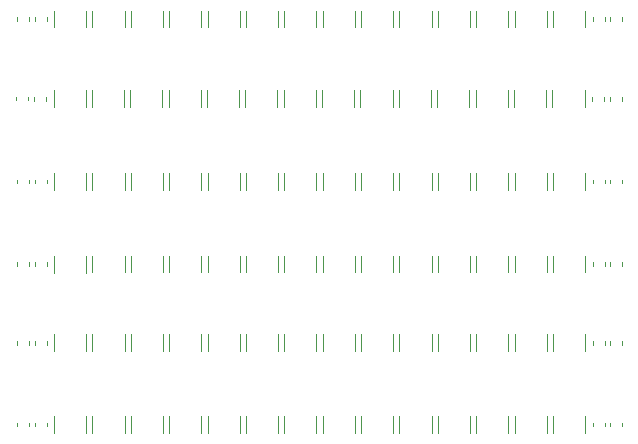
<source format=gto>
G04 #@! TF.GenerationSoftware,KiCad,Pcbnew,5.1.9*
G04 #@! TF.CreationDate,2021-04-12T04:53:29-03:00*
G04 #@! TF.ProjectId,Caps,43617073-2e6b-4696-9361-645f70636258,rev?*
G04 #@! TF.SameCoordinates,Original*
G04 #@! TF.FileFunction,Legend,Top*
G04 #@! TF.FilePolarity,Positive*
%FSLAX46Y46*%
G04 Gerber Fmt 4.6, Leading zero omitted, Abs format (unit mm)*
G04 Created by KiCad (PCBNEW 5.1.9) date 2021-04-12 04:53:29*
%MOMM*%
%LPD*%
G01*
G04 APERTURE LIST*
%ADD10C,0.120000*%
%ADD11C,3.200000*%
G04 APERTURE END LIST*
D10*
X124835017Y-91008733D02*
X124835017Y-91301267D01*
X123815017Y-91008733D02*
X123815017Y-91301267D01*
X123310000Y-91003733D02*
X123310000Y-91296267D01*
X122290000Y-91003733D02*
X122290000Y-91296267D01*
X147735014Y-104433748D02*
X147735014Y-105856252D01*
X145015014Y-104433748D02*
X145015014Y-105856252D01*
X131435016Y-90443748D02*
X131435016Y-91866252D01*
X128715016Y-90443748D02*
X128715016Y-91866252D01*
X144485024Y-104433748D02*
X144485024Y-105856252D01*
X141765024Y-104433748D02*
X141765024Y-105856252D01*
X144435012Y-90443748D02*
X144435012Y-91866252D01*
X141715012Y-90443748D02*
X141715012Y-91866252D01*
X137935014Y-90443748D02*
X137935014Y-91866252D01*
X135215014Y-90443748D02*
X135215014Y-91866252D01*
X137985028Y-104433748D02*
X137985028Y-105856252D01*
X135265028Y-104433748D02*
X135265028Y-105856252D01*
X154185005Y-90443748D02*
X154185005Y-91866252D01*
X151465005Y-90443748D02*
X151465005Y-91866252D01*
X128235000Y-104438748D02*
X128235000Y-105861252D01*
X125515000Y-104438748D02*
X125515000Y-105861252D01*
X128235000Y-90438748D02*
X128235000Y-91861252D01*
X125515000Y-90438748D02*
X125515000Y-91861252D01*
X147685007Y-90443748D02*
X147685007Y-91866252D01*
X144965007Y-90443748D02*
X144965007Y-91866252D01*
X150935006Y-90443748D02*
X150935006Y-91866252D01*
X148215006Y-90443748D02*
X148215006Y-91866252D01*
X131485032Y-104433748D02*
X131485032Y-105856252D01*
X128765032Y-104433748D02*
X128765032Y-105856252D01*
X157485008Y-104433748D02*
X157485008Y-105856252D01*
X154765008Y-104433748D02*
X154765008Y-105856252D01*
X173635000Y-104986233D02*
X173635000Y-105278767D01*
X172615000Y-104986233D02*
X172615000Y-105278767D01*
X172085017Y-91008733D02*
X172085017Y-91301267D01*
X171065017Y-91008733D02*
X171065017Y-91301267D01*
X123385034Y-104998733D02*
X123385034Y-105291267D01*
X122365034Y-104998733D02*
X122365034Y-105291267D01*
X173585017Y-91008733D02*
X173585017Y-91301267D01*
X172565017Y-91008733D02*
X172565017Y-91301267D01*
X163935002Y-90443748D02*
X163935002Y-91866252D01*
X161215002Y-90443748D02*
X161215002Y-91866252D01*
X167235002Y-104433748D02*
X167235002Y-105856252D01*
X164515002Y-104433748D02*
X164515002Y-105856252D01*
X160735006Y-104433748D02*
X160735006Y-105856252D01*
X158015006Y-104433748D02*
X158015006Y-105856252D01*
X157435004Y-90443748D02*
X157435004Y-91866252D01*
X154715004Y-90443748D02*
X154715004Y-91866252D01*
X134735030Y-104433748D02*
X134735030Y-105856252D01*
X132015030Y-104433748D02*
X132015030Y-105856252D01*
X160685003Y-90443748D02*
X160685003Y-91866252D01*
X157965003Y-90443748D02*
X157965003Y-91866252D01*
X163985004Y-104433748D02*
X163985004Y-105856252D01*
X161265004Y-104433748D02*
X161265004Y-105856252D01*
X167185001Y-90443748D02*
X167185001Y-91866252D01*
X164465001Y-90443748D02*
X164465001Y-91866252D01*
X141235026Y-104433748D02*
X141235026Y-105856252D01*
X138515026Y-104433748D02*
X138515026Y-105856252D01*
X170485000Y-104433748D02*
X170485000Y-105856252D01*
X167765000Y-104433748D02*
X167765000Y-105856252D01*
X170435000Y-90443748D02*
X170435000Y-91866252D01*
X167715000Y-90443748D02*
X167715000Y-91866252D01*
X134685015Y-90443748D02*
X134685015Y-91866252D01*
X131965015Y-90443748D02*
X131965015Y-91866252D01*
X150985012Y-104433748D02*
X150985012Y-105856252D01*
X148265012Y-104433748D02*
X148265012Y-105856252D01*
X154235010Y-104433748D02*
X154235010Y-105856252D01*
X151515010Y-104433748D02*
X151515010Y-105856252D01*
X141185013Y-90443748D02*
X141185013Y-91866252D01*
X138465013Y-90443748D02*
X138465013Y-91866252D01*
X124885034Y-104998733D02*
X124885034Y-105291267D01*
X123865034Y-104998733D02*
X123865034Y-105291267D01*
X172135000Y-104986233D02*
X172135000Y-105278767D01*
X171115000Y-104986233D02*
X171115000Y-105278767D01*
X123385000Y-118566233D02*
X123385000Y-118858767D01*
X122365000Y-118566233D02*
X122365000Y-118858767D01*
X173635000Y-118566233D02*
X173635000Y-118858767D01*
X172615000Y-118566233D02*
X172615000Y-118858767D01*
X124885000Y-118566233D02*
X124885000Y-118858767D01*
X123865000Y-118566233D02*
X123865000Y-118858767D01*
X170485000Y-118001248D02*
X170485000Y-119423752D01*
X167765000Y-118001248D02*
X167765000Y-119423752D01*
X141235000Y-118001248D02*
X141235000Y-119423752D01*
X138515000Y-118001248D02*
X138515000Y-119423752D01*
X128235000Y-118001248D02*
X128235000Y-119423752D01*
X125515000Y-118001248D02*
X125515000Y-119423752D01*
X150985000Y-118001248D02*
X150985000Y-119423752D01*
X148265000Y-118001248D02*
X148265000Y-119423752D01*
X131485000Y-118001248D02*
X131485000Y-119423752D01*
X128765000Y-118001248D02*
X128765000Y-119423752D01*
X160735000Y-118001248D02*
X160735000Y-119423752D01*
X158015000Y-118001248D02*
X158015000Y-119423752D01*
X157485000Y-118001248D02*
X157485000Y-119423752D01*
X154765000Y-118001248D02*
X154765000Y-119423752D01*
X147735000Y-118001248D02*
X147735000Y-119423752D01*
X145015000Y-118001248D02*
X145015000Y-119423752D01*
X137985000Y-118001248D02*
X137985000Y-119423752D01*
X135265000Y-118001248D02*
X135265000Y-119423752D01*
X163985000Y-118001248D02*
X163985000Y-119423752D01*
X161265000Y-118001248D02*
X161265000Y-119423752D01*
X144485000Y-118001248D02*
X144485000Y-119423752D01*
X141765000Y-118001248D02*
X141765000Y-119423752D01*
X167235000Y-118001248D02*
X167235000Y-119423752D01*
X164515000Y-118001248D02*
X164515000Y-119423752D01*
X154235000Y-118001248D02*
X154235000Y-119423752D01*
X151515000Y-118001248D02*
X151515000Y-119423752D01*
X134735000Y-118001248D02*
X134735000Y-119423752D01*
X132015000Y-118001248D02*
X132015000Y-119423752D01*
X172135000Y-118566233D02*
X172135000Y-118858767D01*
X171115000Y-118566233D02*
X171115000Y-118858767D01*
X172135000Y-111666233D02*
X172135000Y-111958767D01*
X171115000Y-111666233D02*
X171115000Y-111958767D01*
X123385000Y-111666233D02*
X123385000Y-111958767D01*
X122365000Y-111666233D02*
X122365000Y-111958767D01*
X128235000Y-111101248D02*
X128235000Y-112523752D01*
X125515000Y-111101248D02*
X125515000Y-112523752D01*
X131485000Y-111101248D02*
X131485000Y-112523752D01*
X128765000Y-111101248D02*
X128765000Y-112523752D01*
X134735000Y-111101248D02*
X134735000Y-112523752D01*
X132015000Y-111101248D02*
X132015000Y-112523752D01*
X147735000Y-111101248D02*
X147735000Y-112523752D01*
X145015000Y-111101248D02*
X145015000Y-112523752D01*
X137985000Y-111101248D02*
X137985000Y-112523752D01*
X135265000Y-111101248D02*
X135265000Y-112523752D01*
X170485000Y-111101248D02*
X170485000Y-112523752D01*
X167765000Y-111101248D02*
X167765000Y-112523752D01*
X154235000Y-111101248D02*
X154235000Y-112523752D01*
X151515000Y-111101248D02*
X151515000Y-112523752D01*
X141235000Y-111101248D02*
X141235000Y-112523752D01*
X138515000Y-111101248D02*
X138515000Y-112523752D01*
X160735000Y-111101248D02*
X160735000Y-112523752D01*
X158015000Y-111101248D02*
X158015000Y-112523752D01*
X144485000Y-111101248D02*
X144485000Y-112523752D01*
X141765000Y-111101248D02*
X141765000Y-112523752D01*
X150985000Y-111101248D02*
X150985000Y-112523752D01*
X148265000Y-111101248D02*
X148265000Y-112523752D01*
X163985000Y-111101248D02*
X163985000Y-112523752D01*
X161265000Y-111101248D02*
X161265000Y-112523752D01*
X157485000Y-111101248D02*
X157485000Y-112523752D01*
X154765000Y-111101248D02*
X154765000Y-112523752D01*
X167235000Y-111101248D02*
X167235000Y-112523752D01*
X164515000Y-111101248D02*
X164515000Y-112523752D01*
X173635000Y-111666233D02*
X173635000Y-111958767D01*
X172615000Y-111666233D02*
X172615000Y-111958767D01*
X124885000Y-111666233D02*
X124885000Y-111958767D01*
X123865000Y-111666233D02*
X123865000Y-111958767D01*
X123385000Y-98003733D02*
X123385000Y-98296267D01*
X122365000Y-98003733D02*
X122365000Y-98296267D01*
X124885000Y-98003733D02*
X124885000Y-98296267D01*
X123865000Y-98003733D02*
X123865000Y-98296267D01*
X163985000Y-97438748D02*
X163985000Y-98861252D01*
X161265000Y-97438748D02*
X161265000Y-98861252D01*
X147735000Y-97438748D02*
X147735000Y-98861252D01*
X145015000Y-97438748D02*
X145015000Y-98861252D01*
X134735000Y-97438748D02*
X134735000Y-98861252D01*
X132015000Y-97438748D02*
X132015000Y-98861252D01*
X167235000Y-97438748D02*
X167235000Y-98861252D01*
X164515000Y-97438748D02*
X164515000Y-98861252D01*
X154235000Y-97438748D02*
X154235000Y-98861252D01*
X151515000Y-97438748D02*
X151515000Y-98861252D01*
X141235000Y-97438748D02*
X141235000Y-98861252D01*
X138515000Y-97438748D02*
X138515000Y-98861252D01*
X170485000Y-97438748D02*
X170485000Y-98861252D01*
X167765000Y-97438748D02*
X167765000Y-98861252D01*
X160735000Y-97438748D02*
X160735000Y-98861252D01*
X158015000Y-97438748D02*
X158015000Y-98861252D01*
X131485000Y-97438748D02*
X131485000Y-98861252D01*
X128765000Y-97438748D02*
X128765000Y-98861252D01*
X150985000Y-97438748D02*
X150985000Y-98861252D01*
X148265000Y-97438748D02*
X148265000Y-98861252D01*
X137985000Y-97438748D02*
X137985000Y-98861252D01*
X135265000Y-97438748D02*
X135265000Y-98861252D01*
X157485000Y-97438748D02*
X157485000Y-98861252D01*
X154765000Y-97438748D02*
X154765000Y-98861252D01*
X144485000Y-97438748D02*
X144485000Y-98861252D01*
X141765000Y-97438748D02*
X141765000Y-98861252D01*
X128235000Y-97438748D02*
X128235000Y-98861252D01*
X125515000Y-97438748D02*
X125515000Y-98861252D01*
X172135000Y-98003733D02*
X172135000Y-98296267D01*
X171115000Y-98003733D02*
X171115000Y-98296267D01*
X173635000Y-98003733D02*
X173635000Y-98296267D01*
X172615000Y-98003733D02*
X172615000Y-98296267D01*
X123385000Y-84253733D02*
X123385000Y-84546267D01*
X122365000Y-84253733D02*
X122365000Y-84546267D01*
X124885000Y-84253733D02*
X124885000Y-84546267D01*
X123865000Y-84253733D02*
X123865000Y-84546267D01*
X128235000Y-83688748D02*
X128235000Y-85111252D01*
X125515000Y-83688748D02*
X125515000Y-85111252D01*
X131485000Y-83688748D02*
X131485000Y-85111252D01*
X128765000Y-83688748D02*
X128765000Y-85111252D01*
X134735000Y-83688748D02*
X134735000Y-85111252D01*
X132015000Y-83688748D02*
X132015000Y-85111252D01*
X137985000Y-83688748D02*
X137985000Y-85111252D01*
X135265000Y-83688748D02*
X135265000Y-85111252D01*
X141235000Y-83688748D02*
X141235000Y-85111252D01*
X138515000Y-83688748D02*
X138515000Y-85111252D01*
X144485000Y-83688748D02*
X144485000Y-85111252D01*
X141765000Y-83688748D02*
X141765000Y-85111252D01*
X147735000Y-83688748D02*
X147735000Y-85111252D01*
X145015000Y-83688748D02*
X145015000Y-85111252D01*
X150985000Y-83688748D02*
X150985000Y-85111252D01*
X148265000Y-83688748D02*
X148265000Y-85111252D01*
X154235000Y-83688748D02*
X154235000Y-85111252D01*
X151515000Y-83688748D02*
X151515000Y-85111252D01*
X157485000Y-83688748D02*
X157485000Y-85111252D01*
X154765000Y-83688748D02*
X154765000Y-85111252D01*
X160735000Y-83688748D02*
X160735000Y-85111252D01*
X158015000Y-83688748D02*
X158015000Y-85111252D01*
X163985000Y-83688748D02*
X163985000Y-85111252D01*
X161265000Y-83688748D02*
X161265000Y-85111252D01*
X167235000Y-83688748D02*
X167235000Y-85111252D01*
X164515000Y-83688748D02*
X164515000Y-85111252D01*
X170485000Y-83688748D02*
X170485000Y-85111252D01*
X167765000Y-83688748D02*
X167765000Y-85111252D01*
X173635000Y-84253733D02*
X173635000Y-84546267D01*
X172615000Y-84253733D02*
X172615000Y-84546267D01*
X172135000Y-84253733D02*
X172135000Y-84546267D01*
X171115000Y-84253733D02*
X171115000Y-84546267D01*
%LPC*%
D11*
X177500000Y-84000000D03*
X118500000Y-84000000D03*
X177500000Y-95666666D03*
X118500000Y-119000000D03*
X177500000Y-107333332D03*
X118500000Y-107333332D03*
X177500000Y-119000000D03*
X118500000Y-95666666D03*
G36*
G01*
X124087517Y-91480000D02*
X124562517Y-91480000D01*
G75*
G02*
X124800017Y-91717500I0J-237500D01*
G01*
X124800017Y-92317500D01*
G75*
G02*
X124562517Y-92555000I-237500J0D01*
G01*
X124087517Y-92555000D01*
G75*
G02*
X123850017Y-92317500I0J237500D01*
G01*
X123850017Y-91717500D01*
G75*
G02*
X124087517Y-91480000I237500J0D01*
G01*
G37*
G36*
G01*
X124087517Y-89755000D02*
X124562517Y-89755000D01*
G75*
G02*
X124800017Y-89992500I0J-237500D01*
G01*
X124800017Y-90592500D01*
G75*
G02*
X124562517Y-90830000I-237500J0D01*
G01*
X124087517Y-90830000D01*
G75*
G02*
X123850017Y-90592500I0J237500D01*
G01*
X123850017Y-89992500D01*
G75*
G02*
X124087517Y-89755000I237500J0D01*
G01*
G37*
G36*
G01*
X122562500Y-91475000D02*
X123037500Y-91475000D01*
G75*
G02*
X123275000Y-91712500I0J-237500D01*
G01*
X123275000Y-92312500D01*
G75*
G02*
X123037500Y-92550000I-237500J0D01*
G01*
X122562500Y-92550000D01*
G75*
G02*
X122325000Y-92312500I0J237500D01*
G01*
X122325000Y-91712500D01*
G75*
G02*
X122562500Y-91475000I237500J0D01*
G01*
G37*
G36*
G01*
X122562500Y-89750000D02*
X123037500Y-89750000D01*
G75*
G02*
X123275000Y-89987500I0J-237500D01*
G01*
X123275000Y-90587500D01*
G75*
G02*
X123037500Y-90825000I-237500J0D01*
G01*
X122562500Y-90825000D01*
G75*
G02*
X122325000Y-90587500I0J237500D01*
G01*
X122325000Y-89987500D01*
G75*
G02*
X122562500Y-89750000I237500J0D01*
G01*
G37*
G36*
G01*
X145275011Y-106045000D02*
X147475017Y-106045000D01*
G75*
G02*
X147725014Y-106294997I0J-249997D01*
G01*
X147725014Y-107120003D01*
G75*
G02*
X147475017Y-107370000I-249997J0D01*
G01*
X145275011Y-107370000D01*
G75*
G02*
X145025014Y-107120003I0J249997D01*
G01*
X145025014Y-106294997D01*
G75*
G02*
X145275011Y-106045000I249997J0D01*
G01*
G37*
G36*
G01*
X145275011Y-102920000D02*
X147475017Y-102920000D01*
G75*
G02*
X147725014Y-103169997I0J-249997D01*
G01*
X147725014Y-103995003D01*
G75*
G02*
X147475017Y-104245000I-249997J0D01*
G01*
X145275011Y-104245000D01*
G75*
G02*
X145025014Y-103995003I0J249997D01*
G01*
X145025014Y-103169997D01*
G75*
G02*
X145275011Y-102920000I249997J0D01*
G01*
G37*
G36*
G01*
X128975013Y-92055000D02*
X131175019Y-92055000D01*
G75*
G02*
X131425016Y-92304997I0J-249997D01*
G01*
X131425016Y-93130003D01*
G75*
G02*
X131175019Y-93380000I-249997J0D01*
G01*
X128975013Y-93380000D01*
G75*
G02*
X128725016Y-93130003I0J249997D01*
G01*
X128725016Y-92304997D01*
G75*
G02*
X128975013Y-92055000I249997J0D01*
G01*
G37*
G36*
G01*
X128975013Y-88930000D02*
X131175019Y-88930000D01*
G75*
G02*
X131425016Y-89179997I0J-249997D01*
G01*
X131425016Y-90005003D01*
G75*
G02*
X131175019Y-90255000I-249997J0D01*
G01*
X128975013Y-90255000D01*
G75*
G02*
X128725016Y-90005003I0J249997D01*
G01*
X128725016Y-89179997D01*
G75*
G02*
X128975013Y-88930000I249997J0D01*
G01*
G37*
G36*
G01*
X142025021Y-106045000D02*
X144225027Y-106045000D01*
G75*
G02*
X144475024Y-106294997I0J-249997D01*
G01*
X144475024Y-107120003D01*
G75*
G02*
X144225027Y-107370000I-249997J0D01*
G01*
X142025021Y-107370000D01*
G75*
G02*
X141775024Y-107120003I0J249997D01*
G01*
X141775024Y-106294997D01*
G75*
G02*
X142025021Y-106045000I249997J0D01*
G01*
G37*
G36*
G01*
X142025021Y-102920000D02*
X144225027Y-102920000D01*
G75*
G02*
X144475024Y-103169997I0J-249997D01*
G01*
X144475024Y-103995003D01*
G75*
G02*
X144225027Y-104245000I-249997J0D01*
G01*
X142025021Y-104245000D01*
G75*
G02*
X141775024Y-103995003I0J249997D01*
G01*
X141775024Y-103169997D01*
G75*
G02*
X142025021Y-102920000I249997J0D01*
G01*
G37*
G36*
G01*
X141975009Y-92055000D02*
X144175015Y-92055000D01*
G75*
G02*
X144425012Y-92304997I0J-249997D01*
G01*
X144425012Y-93130003D01*
G75*
G02*
X144175015Y-93380000I-249997J0D01*
G01*
X141975009Y-93380000D01*
G75*
G02*
X141725012Y-93130003I0J249997D01*
G01*
X141725012Y-92304997D01*
G75*
G02*
X141975009Y-92055000I249997J0D01*
G01*
G37*
G36*
G01*
X141975009Y-88930000D02*
X144175015Y-88930000D01*
G75*
G02*
X144425012Y-89179997I0J-249997D01*
G01*
X144425012Y-90005003D01*
G75*
G02*
X144175015Y-90255000I-249997J0D01*
G01*
X141975009Y-90255000D01*
G75*
G02*
X141725012Y-90005003I0J249997D01*
G01*
X141725012Y-89179997D01*
G75*
G02*
X141975009Y-88930000I249997J0D01*
G01*
G37*
G36*
G01*
X135475011Y-92055000D02*
X137675017Y-92055000D01*
G75*
G02*
X137925014Y-92304997I0J-249997D01*
G01*
X137925014Y-93130003D01*
G75*
G02*
X137675017Y-93380000I-249997J0D01*
G01*
X135475011Y-93380000D01*
G75*
G02*
X135225014Y-93130003I0J249997D01*
G01*
X135225014Y-92304997D01*
G75*
G02*
X135475011Y-92055000I249997J0D01*
G01*
G37*
G36*
G01*
X135475011Y-88930000D02*
X137675017Y-88930000D01*
G75*
G02*
X137925014Y-89179997I0J-249997D01*
G01*
X137925014Y-90005003D01*
G75*
G02*
X137675017Y-90255000I-249997J0D01*
G01*
X135475011Y-90255000D01*
G75*
G02*
X135225014Y-90005003I0J249997D01*
G01*
X135225014Y-89179997D01*
G75*
G02*
X135475011Y-88930000I249997J0D01*
G01*
G37*
G36*
G01*
X135525025Y-106045000D02*
X137725031Y-106045000D01*
G75*
G02*
X137975028Y-106294997I0J-249997D01*
G01*
X137975028Y-107120003D01*
G75*
G02*
X137725031Y-107370000I-249997J0D01*
G01*
X135525025Y-107370000D01*
G75*
G02*
X135275028Y-107120003I0J249997D01*
G01*
X135275028Y-106294997D01*
G75*
G02*
X135525025Y-106045000I249997J0D01*
G01*
G37*
G36*
G01*
X135525025Y-102920000D02*
X137725031Y-102920000D01*
G75*
G02*
X137975028Y-103169997I0J-249997D01*
G01*
X137975028Y-103995003D01*
G75*
G02*
X137725031Y-104245000I-249997J0D01*
G01*
X135525025Y-104245000D01*
G75*
G02*
X135275028Y-103995003I0J249997D01*
G01*
X135275028Y-103169997D01*
G75*
G02*
X135525025Y-102920000I249997J0D01*
G01*
G37*
G36*
G01*
X151725002Y-92055000D02*
X153925008Y-92055000D01*
G75*
G02*
X154175005Y-92304997I0J-249997D01*
G01*
X154175005Y-93130003D01*
G75*
G02*
X153925008Y-93380000I-249997J0D01*
G01*
X151725002Y-93380000D01*
G75*
G02*
X151475005Y-93130003I0J249997D01*
G01*
X151475005Y-92304997D01*
G75*
G02*
X151725002Y-92055000I249997J0D01*
G01*
G37*
G36*
G01*
X151725002Y-88930000D02*
X153925008Y-88930000D01*
G75*
G02*
X154175005Y-89179997I0J-249997D01*
G01*
X154175005Y-90005003D01*
G75*
G02*
X153925008Y-90255000I-249997J0D01*
G01*
X151725002Y-90255000D01*
G75*
G02*
X151475005Y-90005003I0J249997D01*
G01*
X151475005Y-89179997D01*
G75*
G02*
X151725002Y-88930000I249997J0D01*
G01*
G37*
G36*
G01*
X125774997Y-106050000D02*
X127975003Y-106050000D01*
G75*
G02*
X128225000Y-106299997I0J-249997D01*
G01*
X128225000Y-107125003D01*
G75*
G02*
X127975003Y-107375000I-249997J0D01*
G01*
X125774997Y-107375000D01*
G75*
G02*
X125525000Y-107125003I0J249997D01*
G01*
X125525000Y-106299997D01*
G75*
G02*
X125774997Y-106050000I249997J0D01*
G01*
G37*
G36*
G01*
X125774997Y-102925000D02*
X127975003Y-102925000D01*
G75*
G02*
X128225000Y-103174997I0J-249997D01*
G01*
X128225000Y-104000003D01*
G75*
G02*
X127975003Y-104250000I-249997J0D01*
G01*
X125774997Y-104250000D01*
G75*
G02*
X125525000Y-104000003I0J249997D01*
G01*
X125525000Y-103174997D01*
G75*
G02*
X125774997Y-102925000I249997J0D01*
G01*
G37*
G36*
G01*
X125774997Y-92050000D02*
X127975003Y-92050000D01*
G75*
G02*
X128225000Y-92299997I0J-249997D01*
G01*
X128225000Y-93125003D01*
G75*
G02*
X127975003Y-93375000I-249997J0D01*
G01*
X125774997Y-93375000D01*
G75*
G02*
X125525000Y-93125003I0J249997D01*
G01*
X125525000Y-92299997D01*
G75*
G02*
X125774997Y-92050000I249997J0D01*
G01*
G37*
G36*
G01*
X125774997Y-88925000D02*
X127975003Y-88925000D01*
G75*
G02*
X128225000Y-89174997I0J-249997D01*
G01*
X128225000Y-90000003D01*
G75*
G02*
X127975003Y-90250000I-249997J0D01*
G01*
X125774997Y-90250000D01*
G75*
G02*
X125525000Y-90000003I0J249997D01*
G01*
X125525000Y-89174997D01*
G75*
G02*
X125774997Y-88925000I249997J0D01*
G01*
G37*
G36*
G01*
X145225004Y-92055000D02*
X147425010Y-92055000D01*
G75*
G02*
X147675007Y-92304997I0J-249997D01*
G01*
X147675007Y-93130003D01*
G75*
G02*
X147425010Y-93380000I-249997J0D01*
G01*
X145225004Y-93380000D01*
G75*
G02*
X144975007Y-93130003I0J249997D01*
G01*
X144975007Y-92304997D01*
G75*
G02*
X145225004Y-92055000I249997J0D01*
G01*
G37*
G36*
G01*
X145225004Y-88930000D02*
X147425010Y-88930000D01*
G75*
G02*
X147675007Y-89179997I0J-249997D01*
G01*
X147675007Y-90005003D01*
G75*
G02*
X147425010Y-90255000I-249997J0D01*
G01*
X145225004Y-90255000D01*
G75*
G02*
X144975007Y-90005003I0J249997D01*
G01*
X144975007Y-89179997D01*
G75*
G02*
X145225004Y-88930000I249997J0D01*
G01*
G37*
G36*
G01*
X148475003Y-92055000D02*
X150675009Y-92055000D01*
G75*
G02*
X150925006Y-92304997I0J-249997D01*
G01*
X150925006Y-93130003D01*
G75*
G02*
X150675009Y-93380000I-249997J0D01*
G01*
X148475003Y-93380000D01*
G75*
G02*
X148225006Y-93130003I0J249997D01*
G01*
X148225006Y-92304997D01*
G75*
G02*
X148475003Y-92055000I249997J0D01*
G01*
G37*
G36*
G01*
X148475003Y-88930000D02*
X150675009Y-88930000D01*
G75*
G02*
X150925006Y-89179997I0J-249997D01*
G01*
X150925006Y-90005003D01*
G75*
G02*
X150675009Y-90255000I-249997J0D01*
G01*
X148475003Y-90255000D01*
G75*
G02*
X148225006Y-90005003I0J249997D01*
G01*
X148225006Y-89179997D01*
G75*
G02*
X148475003Y-88930000I249997J0D01*
G01*
G37*
G36*
G01*
X129025029Y-106045000D02*
X131225035Y-106045000D01*
G75*
G02*
X131475032Y-106294997I0J-249997D01*
G01*
X131475032Y-107120003D01*
G75*
G02*
X131225035Y-107370000I-249997J0D01*
G01*
X129025029Y-107370000D01*
G75*
G02*
X128775032Y-107120003I0J249997D01*
G01*
X128775032Y-106294997D01*
G75*
G02*
X129025029Y-106045000I249997J0D01*
G01*
G37*
G36*
G01*
X129025029Y-102920000D02*
X131225035Y-102920000D01*
G75*
G02*
X131475032Y-103169997I0J-249997D01*
G01*
X131475032Y-103995003D01*
G75*
G02*
X131225035Y-104245000I-249997J0D01*
G01*
X129025029Y-104245000D01*
G75*
G02*
X128775032Y-103995003I0J249997D01*
G01*
X128775032Y-103169997D01*
G75*
G02*
X129025029Y-102920000I249997J0D01*
G01*
G37*
G36*
G01*
X155025005Y-106045000D02*
X157225011Y-106045000D01*
G75*
G02*
X157475008Y-106294997I0J-249997D01*
G01*
X157475008Y-107120003D01*
G75*
G02*
X157225011Y-107370000I-249997J0D01*
G01*
X155025005Y-107370000D01*
G75*
G02*
X154775008Y-107120003I0J249997D01*
G01*
X154775008Y-106294997D01*
G75*
G02*
X155025005Y-106045000I249997J0D01*
G01*
G37*
G36*
G01*
X155025005Y-102920000D02*
X157225011Y-102920000D01*
G75*
G02*
X157475008Y-103169997I0J-249997D01*
G01*
X157475008Y-103995003D01*
G75*
G02*
X157225011Y-104245000I-249997J0D01*
G01*
X155025005Y-104245000D01*
G75*
G02*
X154775008Y-103995003I0J249997D01*
G01*
X154775008Y-103169997D01*
G75*
G02*
X155025005Y-102920000I249997J0D01*
G01*
G37*
G36*
G01*
X172887500Y-105457500D02*
X173362500Y-105457500D01*
G75*
G02*
X173600000Y-105695000I0J-237500D01*
G01*
X173600000Y-106295000D01*
G75*
G02*
X173362500Y-106532500I-237500J0D01*
G01*
X172887500Y-106532500D01*
G75*
G02*
X172650000Y-106295000I0J237500D01*
G01*
X172650000Y-105695000D01*
G75*
G02*
X172887500Y-105457500I237500J0D01*
G01*
G37*
G36*
G01*
X172887500Y-103732500D02*
X173362500Y-103732500D01*
G75*
G02*
X173600000Y-103970000I0J-237500D01*
G01*
X173600000Y-104570000D01*
G75*
G02*
X173362500Y-104807500I-237500J0D01*
G01*
X172887500Y-104807500D01*
G75*
G02*
X172650000Y-104570000I0J237500D01*
G01*
X172650000Y-103970000D01*
G75*
G02*
X172887500Y-103732500I237500J0D01*
G01*
G37*
G36*
G01*
X171337517Y-91480000D02*
X171812517Y-91480000D01*
G75*
G02*
X172050017Y-91717500I0J-237500D01*
G01*
X172050017Y-92317500D01*
G75*
G02*
X171812517Y-92555000I-237500J0D01*
G01*
X171337517Y-92555000D01*
G75*
G02*
X171100017Y-92317500I0J237500D01*
G01*
X171100017Y-91717500D01*
G75*
G02*
X171337517Y-91480000I237500J0D01*
G01*
G37*
G36*
G01*
X171337517Y-89755000D02*
X171812517Y-89755000D01*
G75*
G02*
X172050017Y-89992500I0J-237500D01*
G01*
X172050017Y-90592500D01*
G75*
G02*
X171812517Y-90830000I-237500J0D01*
G01*
X171337517Y-90830000D01*
G75*
G02*
X171100017Y-90592500I0J237500D01*
G01*
X171100017Y-89992500D01*
G75*
G02*
X171337517Y-89755000I237500J0D01*
G01*
G37*
G36*
G01*
X122637534Y-105470000D02*
X123112534Y-105470000D01*
G75*
G02*
X123350034Y-105707500I0J-237500D01*
G01*
X123350034Y-106307500D01*
G75*
G02*
X123112534Y-106545000I-237500J0D01*
G01*
X122637534Y-106545000D01*
G75*
G02*
X122400034Y-106307500I0J237500D01*
G01*
X122400034Y-105707500D01*
G75*
G02*
X122637534Y-105470000I237500J0D01*
G01*
G37*
G36*
G01*
X122637534Y-103745000D02*
X123112534Y-103745000D01*
G75*
G02*
X123350034Y-103982500I0J-237500D01*
G01*
X123350034Y-104582500D01*
G75*
G02*
X123112534Y-104820000I-237500J0D01*
G01*
X122637534Y-104820000D01*
G75*
G02*
X122400034Y-104582500I0J237500D01*
G01*
X122400034Y-103982500D01*
G75*
G02*
X122637534Y-103745000I237500J0D01*
G01*
G37*
G36*
G01*
X172837517Y-91480000D02*
X173312517Y-91480000D01*
G75*
G02*
X173550017Y-91717500I0J-237500D01*
G01*
X173550017Y-92317500D01*
G75*
G02*
X173312517Y-92555000I-237500J0D01*
G01*
X172837517Y-92555000D01*
G75*
G02*
X172600017Y-92317500I0J237500D01*
G01*
X172600017Y-91717500D01*
G75*
G02*
X172837517Y-91480000I237500J0D01*
G01*
G37*
G36*
G01*
X172837517Y-89755000D02*
X173312517Y-89755000D01*
G75*
G02*
X173550017Y-89992500I0J-237500D01*
G01*
X173550017Y-90592500D01*
G75*
G02*
X173312517Y-90830000I-237500J0D01*
G01*
X172837517Y-90830000D01*
G75*
G02*
X172600017Y-90592500I0J237500D01*
G01*
X172600017Y-89992500D01*
G75*
G02*
X172837517Y-89755000I237500J0D01*
G01*
G37*
G36*
G01*
X161474999Y-92055000D02*
X163675005Y-92055000D01*
G75*
G02*
X163925002Y-92304997I0J-249997D01*
G01*
X163925002Y-93130003D01*
G75*
G02*
X163675005Y-93380000I-249997J0D01*
G01*
X161474999Y-93380000D01*
G75*
G02*
X161225002Y-93130003I0J249997D01*
G01*
X161225002Y-92304997D01*
G75*
G02*
X161474999Y-92055000I249997J0D01*
G01*
G37*
G36*
G01*
X161474999Y-88930000D02*
X163675005Y-88930000D01*
G75*
G02*
X163925002Y-89179997I0J-249997D01*
G01*
X163925002Y-90005003D01*
G75*
G02*
X163675005Y-90255000I-249997J0D01*
G01*
X161474999Y-90255000D01*
G75*
G02*
X161225002Y-90005003I0J249997D01*
G01*
X161225002Y-89179997D01*
G75*
G02*
X161474999Y-88930000I249997J0D01*
G01*
G37*
G36*
G01*
X164774999Y-106045000D02*
X166975005Y-106045000D01*
G75*
G02*
X167225002Y-106294997I0J-249997D01*
G01*
X167225002Y-107120003D01*
G75*
G02*
X166975005Y-107370000I-249997J0D01*
G01*
X164774999Y-107370000D01*
G75*
G02*
X164525002Y-107120003I0J249997D01*
G01*
X164525002Y-106294997D01*
G75*
G02*
X164774999Y-106045000I249997J0D01*
G01*
G37*
G36*
G01*
X164774999Y-102920000D02*
X166975005Y-102920000D01*
G75*
G02*
X167225002Y-103169997I0J-249997D01*
G01*
X167225002Y-103995003D01*
G75*
G02*
X166975005Y-104245000I-249997J0D01*
G01*
X164774999Y-104245000D01*
G75*
G02*
X164525002Y-103995003I0J249997D01*
G01*
X164525002Y-103169997D01*
G75*
G02*
X164774999Y-102920000I249997J0D01*
G01*
G37*
G36*
G01*
X158275003Y-106045000D02*
X160475009Y-106045000D01*
G75*
G02*
X160725006Y-106294997I0J-249997D01*
G01*
X160725006Y-107120003D01*
G75*
G02*
X160475009Y-107370000I-249997J0D01*
G01*
X158275003Y-107370000D01*
G75*
G02*
X158025006Y-107120003I0J249997D01*
G01*
X158025006Y-106294997D01*
G75*
G02*
X158275003Y-106045000I249997J0D01*
G01*
G37*
G36*
G01*
X158275003Y-102920000D02*
X160475009Y-102920000D01*
G75*
G02*
X160725006Y-103169997I0J-249997D01*
G01*
X160725006Y-103995003D01*
G75*
G02*
X160475009Y-104245000I-249997J0D01*
G01*
X158275003Y-104245000D01*
G75*
G02*
X158025006Y-103995003I0J249997D01*
G01*
X158025006Y-103169997D01*
G75*
G02*
X158275003Y-102920000I249997J0D01*
G01*
G37*
G36*
G01*
X154975001Y-92055000D02*
X157175007Y-92055000D01*
G75*
G02*
X157425004Y-92304997I0J-249997D01*
G01*
X157425004Y-93130003D01*
G75*
G02*
X157175007Y-93380000I-249997J0D01*
G01*
X154975001Y-93380000D01*
G75*
G02*
X154725004Y-93130003I0J249997D01*
G01*
X154725004Y-92304997D01*
G75*
G02*
X154975001Y-92055000I249997J0D01*
G01*
G37*
G36*
G01*
X154975001Y-88930000D02*
X157175007Y-88930000D01*
G75*
G02*
X157425004Y-89179997I0J-249997D01*
G01*
X157425004Y-90005003D01*
G75*
G02*
X157175007Y-90255000I-249997J0D01*
G01*
X154975001Y-90255000D01*
G75*
G02*
X154725004Y-90005003I0J249997D01*
G01*
X154725004Y-89179997D01*
G75*
G02*
X154975001Y-88930000I249997J0D01*
G01*
G37*
G36*
G01*
X132275027Y-106045000D02*
X134475033Y-106045000D01*
G75*
G02*
X134725030Y-106294997I0J-249997D01*
G01*
X134725030Y-107120003D01*
G75*
G02*
X134475033Y-107370000I-249997J0D01*
G01*
X132275027Y-107370000D01*
G75*
G02*
X132025030Y-107120003I0J249997D01*
G01*
X132025030Y-106294997D01*
G75*
G02*
X132275027Y-106045000I249997J0D01*
G01*
G37*
G36*
G01*
X132275027Y-102920000D02*
X134475033Y-102920000D01*
G75*
G02*
X134725030Y-103169997I0J-249997D01*
G01*
X134725030Y-103995003D01*
G75*
G02*
X134475033Y-104245000I-249997J0D01*
G01*
X132275027Y-104245000D01*
G75*
G02*
X132025030Y-103995003I0J249997D01*
G01*
X132025030Y-103169997D01*
G75*
G02*
X132275027Y-102920000I249997J0D01*
G01*
G37*
G36*
G01*
X158225000Y-92055000D02*
X160425006Y-92055000D01*
G75*
G02*
X160675003Y-92304997I0J-249997D01*
G01*
X160675003Y-93130003D01*
G75*
G02*
X160425006Y-93380000I-249997J0D01*
G01*
X158225000Y-93380000D01*
G75*
G02*
X157975003Y-93130003I0J249997D01*
G01*
X157975003Y-92304997D01*
G75*
G02*
X158225000Y-92055000I249997J0D01*
G01*
G37*
G36*
G01*
X158225000Y-88930000D02*
X160425006Y-88930000D01*
G75*
G02*
X160675003Y-89179997I0J-249997D01*
G01*
X160675003Y-90005003D01*
G75*
G02*
X160425006Y-90255000I-249997J0D01*
G01*
X158225000Y-90255000D01*
G75*
G02*
X157975003Y-90005003I0J249997D01*
G01*
X157975003Y-89179997D01*
G75*
G02*
X158225000Y-88930000I249997J0D01*
G01*
G37*
G36*
G01*
X161525001Y-106045000D02*
X163725007Y-106045000D01*
G75*
G02*
X163975004Y-106294997I0J-249997D01*
G01*
X163975004Y-107120003D01*
G75*
G02*
X163725007Y-107370000I-249997J0D01*
G01*
X161525001Y-107370000D01*
G75*
G02*
X161275004Y-107120003I0J249997D01*
G01*
X161275004Y-106294997D01*
G75*
G02*
X161525001Y-106045000I249997J0D01*
G01*
G37*
G36*
G01*
X161525001Y-102920000D02*
X163725007Y-102920000D01*
G75*
G02*
X163975004Y-103169997I0J-249997D01*
G01*
X163975004Y-103995003D01*
G75*
G02*
X163725007Y-104245000I-249997J0D01*
G01*
X161525001Y-104245000D01*
G75*
G02*
X161275004Y-103995003I0J249997D01*
G01*
X161275004Y-103169997D01*
G75*
G02*
X161525001Y-102920000I249997J0D01*
G01*
G37*
G36*
G01*
X164724998Y-92055000D02*
X166925004Y-92055000D01*
G75*
G02*
X167175001Y-92304997I0J-249997D01*
G01*
X167175001Y-93130003D01*
G75*
G02*
X166925004Y-93380000I-249997J0D01*
G01*
X164724998Y-93380000D01*
G75*
G02*
X164475001Y-93130003I0J249997D01*
G01*
X164475001Y-92304997D01*
G75*
G02*
X164724998Y-92055000I249997J0D01*
G01*
G37*
G36*
G01*
X164724998Y-88930000D02*
X166925004Y-88930000D01*
G75*
G02*
X167175001Y-89179997I0J-249997D01*
G01*
X167175001Y-90005003D01*
G75*
G02*
X166925004Y-90255000I-249997J0D01*
G01*
X164724998Y-90255000D01*
G75*
G02*
X164475001Y-90005003I0J249997D01*
G01*
X164475001Y-89179997D01*
G75*
G02*
X164724998Y-88930000I249997J0D01*
G01*
G37*
G36*
G01*
X138775023Y-106045000D02*
X140975029Y-106045000D01*
G75*
G02*
X141225026Y-106294997I0J-249997D01*
G01*
X141225026Y-107120003D01*
G75*
G02*
X140975029Y-107370000I-249997J0D01*
G01*
X138775023Y-107370000D01*
G75*
G02*
X138525026Y-107120003I0J249997D01*
G01*
X138525026Y-106294997D01*
G75*
G02*
X138775023Y-106045000I249997J0D01*
G01*
G37*
G36*
G01*
X138775023Y-102920000D02*
X140975029Y-102920000D01*
G75*
G02*
X141225026Y-103169997I0J-249997D01*
G01*
X141225026Y-103995003D01*
G75*
G02*
X140975029Y-104245000I-249997J0D01*
G01*
X138775023Y-104245000D01*
G75*
G02*
X138525026Y-103995003I0J249997D01*
G01*
X138525026Y-103169997D01*
G75*
G02*
X138775023Y-102920000I249997J0D01*
G01*
G37*
G36*
G01*
X168024997Y-106045000D02*
X170225003Y-106045000D01*
G75*
G02*
X170475000Y-106294997I0J-249997D01*
G01*
X170475000Y-107120003D01*
G75*
G02*
X170225003Y-107370000I-249997J0D01*
G01*
X168024997Y-107370000D01*
G75*
G02*
X167775000Y-107120003I0J249997D01*
G01*
X167775000Y-106294997D01*
G75*
G02*
X168024997Y-106045000I249997J0D01*
G01*
G37*
G36*
G01*
X168024997Y-102920000D02*
X170225003Y-102920000D01*
G75*
G02*
X170475000Y-103169997I0J-249997D01*
G01*
X170475000Y-103995003D01*
G75*
G02*
X170225003Y-104245000I-249997J0D01*
G01*
X168024997Y-104245000D01*
G75*
G02*
X167775000Y-103995003I0J249997D01*
G01*
X167775000Y-103169997D01*
G75*
G02*
X168024997Y-102920000I249997J0D01*
G01*
G37*
G36*
G01*
X167974997Y-92055000D02*
X170175003Y-92055000D01*
G75*
G02*
X170425000Y-92304997I0J-249997D01*
G01*
X170425000Y-93130003D01*
G75*
G02*
X170175003Y-93380000I-249997J0D01*
G01*
X167974997Y-93380000D01*
G75*
G02*
X167725000Y-93130003I0J249997D01*
G01*
X167725000Y-92304997D01*
G75*
G02*
X167974997Y-92055000I249997J0D01*
G01*
G37*
G36*
G01*
X167974997Y-88930000D02*
X170175003Y-88930000D01*
G75*
G02*
X170425000Y-89179997I0J-249997D01*
G01*
X170425000Y-90005003D01*
G75*
G02*
X170175003Y-90255000I-249997J0D01*
G01*
X167974997Y-90255000D01*
G75*
G02*
X167725000Y-90005003I0J249997D01*
G01*
X167725000Y-89179997D01*
G75*
G02*
X167974997Y-88930000I249997J0D01*
G01*
G37*
G36*
G01*
X132225012Y-92055000D02*
X134425018Y-92055000D01*
G75*
G02*
X134675015Y-92304997I0J-249997D01*
G01*
X134675015Y-93130003D01*
G75*
G02*
X134425018Y-93380000I-249997J0D01*
G01*
X132225012Y-93380000D01*
G75*
G02*
X131975015Y-93130003I0J249997D01*
G01*
X131975015Y-92304997D01*
G75*
G02*
X132225012Y-92055000I249997J0D01*
G01*
G37*
G36*
G01*
X132225012Y-88930000D02*
X134425018Y-88930000D01*
G75*
G02*
X134675015Y-89179997I0J-249997D01*
G01*
X134675015Y-90005003D01*
G75*
G02*
X134425018Y-90255000I-249997J0D01*
G01*
X132225012Y-90255000D01*
G75*
G02*
X131975015Y-90005003I0J249997D01*
G01*
X131975015Y-89179997D01*
G75*
G02*
X132225012Y-88930000I249997J0D01*
G01*
G37*
G36*
G01*
X148525009Y-106045000D02*
X150725015Y-106045000D01*
G75*
G02*
X150975012Y-106294997I0J-249997D01*
G01*
X150975012Y-107120003D01*
G75*
G02*
X150725015Y-107370000I-249997J0D01*
G01*
X148525009Y-107370000D01*
G75*
G02*
X148275012Y-107120003I0J249997D01*
G01*
X148275012Y-106294997D01*
G75*
G02*
X148525009Y-106045000I249997J0D01*
G01*
G37*
G36*
G01*
X148525009Y-102920000D02*
X150725015Y-102920000D01*
G75*
G02*
X150975012Y-103169997I0J-249997D01*
G01*
X150975012Y-103995003D01*
G75*
G02*
X150725015Y-104245000I-249997J0D01*
G01*
X148525009Y-104245000D01*
G75*
G02*
X148275012Y-103995003I0J249997D01*
G01*
X148275012Y-103169997D01*
G75*
G02*
X148525009Y-102920000I249997J0D01*
G01*
G37*
G36*
G01*
X151775007Y-106045000D02*
X153975013Y-106045000D01*
G75*
G02*
X154225010Y-106294997I0J-249997D01*
G01*
X154225010Y-107120003D01*
G75*
G02*
X153975013Y-107370000I-249997J0D01*
G01*
X151775007Y-107370000D01*
G75*
G02*
X151525010Y-107120003I0J249997D01*
G01*
X151525010Y-106294997D01*
G75*
G02*
X151775007Y-106045000I249997J0D01*
G01*
G37*
G36*
G01*
X151775007Y-102920000D02*
X153975013Y-102920000D01*
G75*
G02*
X154225010Y-103169997I0J-249997D01*
G01*
X154225010Y-103995003D01*
G75*
G02*
X153975013Y-104245000I-249997J0D01*
G01*
X151775007Y-104245000D01*
G75*
G02*
X151525010Y-103995003I0J249997D01*
G01*
X151525010Y-103169997D01*
G75*
G02*
X151775007Y-102920000I249997J0D01*
G01*
G37*
G36*
G01*
X138725010Y-92055000D02*
X140925016Y-92055000D01*
G75*
G02*
X141175013Y-92304997I0J-249997D01*
G01*
X141175013Y-93130003D01*
G75*
G02*
X140925016Y-93380000I-249997J0D01*
G01*
X138725010Y-93380000D01*
G75*
G02*
X138475013Y-93130003I0J249997D01*
G01*
X138475013Y-92304997D01*
G75*
G02*
X138725010Y-92055000I249997J0D01*
G01*
G37*
G36*
G01*
X138725010Y-88930000D02*
X140925016Y-88930000D01*
G75*
G02*
X141175013Y-89179997I0J-249997D01*
G01*
X141175013Y-90005003D01*
G75*
G02*
X140925016Y-90255000I-249997J0D01*
G01*
X138725010Y-90255000D01*
G75*
G02*
X138475013Y-90005003I0J249997D01*
G01*
X138475013Y-89179997D01*
G75*
G02*
X138725010Y-88930000I249997J0D01*
G01*
G37*
G36*
G01*
X124137534Y-105470000D02*
X124612534Y-105470000D01*
G75*
G02*
X124850034Y-105707500I0J-237500D01*
G01*
X124850034Y-106307500D01*
G75*
G02*
X124612534Y-106545000I-237500J0D01*
G01*
X124137534Y-106545000D01*
G75*
G02*
X123900034Y-106307500I0J237500D01*
G01*
X123900034Y-105707500D01*
G75*
G02*
X124137534Y-105470000I237500J0D01*
G01*
G37*
G36*
G01*
X124137534Y-103745000D02*
X124612534Y-103745000D01*
G75*
G02*
X124850034Y-103982500I0J-237500D01*
G01*
X124850034Y-104582500D01*
G75*
G02*
X124612534Y-104820000I-237500J0D01*
G01*
X124137534Y-104820000D01*
G75*
G02*
X123900034Y-104582500I0J237500D01*
G01*
X123900034Y-103982500D01*
G75*
G02*
X124137534Y-103745000I237500J0D01*
G01*
G37*
G36*
G01*
X171387500Y-105457500D02*
X171862500Y-105457500D01*
G75*
G02*
X172100000Y-105695000I0J-237500D01*
G01*
X172100000Y-106295000D01*
G75*
G02*
X171862500Y-106532500I-237500J0D01*
G01*
X171387500Y-106532500D01*
G75*
G02*
X171150000Y-106295000I0J237500D01*
G01*
X171150000Y-105695000D01*
G75*
G02*
X171387500Y-105457500I237500J0D01*
G01*
G37*
G36*
G01*
X171387500Y-103732500D02*
X171862500Y-103732500D01*
G75*
G02*
X172100000Y-103970000I0J-237500D01*
G01*
X172100000Y-104570000D01*
G75*
G02*
X171862500Y-104807500I-237500J0D01*
G01*
X171387500Y-104807500D01*
G75*
G02*
X171150000Y-104570000I0J237500D01*
G01*
X171150000Y-103970000D01*
G75*
G02*
X171387500Y-103732500I237500J0D01*
G01*
G37*
G36*
G01*
X122637500Y-119037500D02*
X123112500Y-119037500D01*
G75*
G02*
X123350000Y-119275000I0J-237500D01*
G01*
X123350000Y-119875000D01*
G75*
G02*
X123112500Y-120112500I-237500J0D01*
G01*
X122637500Y-120112500D01*
G75*
G02*
X122400000Y-119875000I0J237500D01*
G01*
X122400000Y-119275000D01*
G75*
G02*
X122637500Y-119037500I237500J0D01*
G01*
G37*
G36*
G01*
X122637500Y-117312500D02*
X123112500Y-117312500D01*
G75*
G02*
X123350000Y-117550000I0J-237500D01*
G01*
X123350000Y-118150000D01*
G75*
G02*
X123112500Y-118387500I-237500J0D01*
G01*
X122637500Y-118387500D01*
G75*
G02*
X122400000Y-118150000I0J237500D01*
G01*
X122400000Y-117550000D01*
G75*
G02*
X122637500Y-117312500I237500J0D01*
G01*
G37*
G36*
G01*
X172887500Y-119037500D02*
X173362500Y-119037500D01*
G75*
G02*
X173600000Y-119275000I0J-237500D01*
G01*
X173600000Y-119875000D01*
G75*
G02*
X173362500Y-120112500I-237500J0D01*
G01*
X172887500Y-120112500D01*
G75*
G02*
X172650000Y-119875000I0J237500D01*
G01*
X172650000Y-119275000D01*
G75*
G02*
X172887500Y-119037500I237500J0D01*
G01*
G37*
G36*
G01*
X172887500Y-117312500D02*
X173362500Y-117312500D01*
G75*
G02*
X173600000Y-117550000I0J-237500D01*
G01*
X173600000Y-118150000D01*
G75*
G02*
X173362500Y-118387500I-237500J0D01*
G01*
X172887500Y-118387500D01*
G75*
G02*
X172650000Y-118150000I0J237500D01*
G01*
X172650000Y-117550000D01*
G75*
G02*
X172887500Y-117312500I237500J0D01*
G01*
G37*
G36*
G01*
X124137500Y-119037500D02*
X124612500Y-119037500D01*
G75*
G02*
X124850000Y-119275000I0J-237500D01*
G01*
X124850000Y-119875000D01*
G75*
G02*
X124612500Y-120112500I-237500J0D01*
G01*
X124137500Y-120112500D01*
G75*
G02*
X123900000Y-119875000I0J237500D01*
G01*
X123900000Y-119275000D01*
G75*
G02*
X124137500Y-119037500I237500J0D01*
G01*
G37*
G36*
G01*
X124137500Y-117312500D02*
X124612500Y-117312500D01*
G75*
G02*
X124850000Y-117550000I0J-237500D01*
G01*
X124850000Y-118150000D01*
G75*
G02*
X124612500Y-118387500I-237500J0D01*
G01*
X124137500Y-118387500D01*
G75*
G02*
X123900000Y-118150000I0J237500D01*
G01*
X123900000Y-117550000D01*
G75*
G02*
X124137500Y-117312500I237500J0D01*
G01*
G37*
G36*
G01*
X168024997Y-119612500D02*
X170225003Y-119612500D01*
G75*
G02*
X170475000Y-119862497I0J-249997D01*
G01*
X170475000Y-120687503D01*
G75*
G02*
X170225003Y-120937500I-249997J0D01*
G01*
X168024997Y-120937500D01*
G75*
G02*
X167775000Y-120687503I0J249997D01*
G01*
X167775000Y-119862497D01*
G75*
G02*
X168024997Y-119612500I249997J0D01*
G01*
G37*
G36*
G01*
X168024997Y-116487500D02*
X170225003Y-116487500D01*
G75*
G02*
X170475000Y-116737497I0J-249997D01*
G01*
X170475000Y-117562503D01*
G75*
G02*
X170225003Y-117812500I-249997J0D01*
G01*
X168024997Y-117812500D01*
G75*
G02*
X167775000Y-117562503I0J249997D01*
G01*
X167775000Y-116737497D01*
G75*
G02*
X168024997Y-116487500I249997J0D01*
G01*
G37*
G36*
G01*
X138774997Y-119612500D02*
X140975003Y-119612500D01*
G75*
G02*
X141225000Y-119862497I0J-249997D01*
G01*
X141225000Y-120687503D01*
G75*
G02*
X140975003Y-120937500I-249997J0D01*
G01*
X138774997Y-120937500D01*
G75*
G02*
X138525000Y-120687503I0J249997D01*
G01*
X138525000Y-119862497D01*
G75*
G02*
X138774997Y-119612500I249997J0D01*
G01*
G37*
G36*
G01*
X138774997Y-116487500D02*
X140975003Y-116487500D01*
G75*
G02*
X141225000Y-116737497I0J-249997D01*
G01*
X141225000Y-117562503D01*
G75*
G02*
X140975003Y-117812500I-249997J0D01*
G01*
X138774997Y-117812500D01*
G75*
G02*
X138525000Y-117562503I0J249997D01*
G01*
X138525000Y-116737497D01*
G75*
G02*
X138774997Y-116487500I249997J0D01*
G01*
G37*
G36*
G01*
X125774997Y-119612500D02*
X127975003Y-119612500D01*
G75*
G02*
X128225000Y-119862497I0J-249997D01*
G01*
X128225000Y-120687503D01*
G75*
G02*
X127975003Y-120937500I-249997J0D01*
G01*
X125774997Y-120937500D01*
G75*
G02*
X125525000Y-120687503I0J249997D01*
G01*
X125525000Y-119862497D01*
G75*
G02*
X125774997Y-119612500I249997J0D01*
G01*
G37*
G36*
G01*
X125774997Y-116487500D02*
X127975003Y-116487500D01*
G75*
G02*
X128225000Y-116737497I0J-249997D01*
G01*
X128225000Y-117562503D01*
G75*
G02*
X127975003Y-117812500I-249997J0D01*
G01*
X125774997Y-117812500D01*
G75*
G02*
X125525000Y-117562503I0J249997D01*
G01*
X125525000Y-116737497D01*
G75*
G02*
X125774997Y-116487500I249997J0D01*
G01*
G37*
G36*
G01*
X148524997Y-119612500D02*
X150725003Y-119612500D01*
G75*
G02*
X150975000Y-119862497I0J-249997D01*
G01*
X150975000Y-120687503D01*
G75*
G02*
X150725003Y-120937500I-249997J0D01*
G01*
X148524997Y-120937500D01*
G75*
G02*
X148275000Y-120687503I0J249997D01*
G01*
X148275000Y-119862497D01*
G75*
G02*
X148524997Y-119612500I249997J0D01*
G01*
G37*
G36*
G01*
X148524997Y-116487500D02*
X150725003Y-116487500D01*
G75*
G02*
X150975000Y-116737497I0J-249997D01*
G01*
X150975000Y-117562503D01*
G75*
G02*
X150725003Y-117812500I-249997J0D01*
G01*
X148524997Y-117812500D01*
G75*
G02*
X148275000Y-117562503I0J249997D01*
G01*
X148275000Y-116737497D01*
G75*
G02*
X148524997Y-116487500I249997J0D01*
G01*
G37*
G36*
G01*
X129024997Y-119612500D02*
X131225003Y-119612500D01*
G75*
G02*
X131475000Y-119862497I0J-249997D01*
G01*
X131475000Y-120687503D01*
G75*
G02*
X131225003Y-120937500I-249997J0D01*
G01*
X129024997Y-120937500D01*
G75*
G02*
X128775000Y-120687503I0J249997D01*
G01*
X128775000Y-119862497D01*
G75*
G02*
X129024997Y-119612500I249997J0D01*
G01*
G37*
G36*
G01*
X129024997Y-116487500D02*
X131225003Y-116487500D01*
G75*
G02*
X131475000Y-116737497I0J-249997D01*
G01*
X131475000Y-117562503D01*
G75*
G02*
X131225003Y-117812500I-249997J0D01*
G01*
X129024997Y-117812500D01*
G75*
G02*
X128775000Y-117562503I0J249997D01*
G01*
X128775000Y-116737497D01*
G75*
G02*
X129024997Y-116487500I249997J0D01*
G01*
G37*
G36*
G01*
X158274997Y-119612500D02*
X160475003Y-119612500D01*
G75*
G02*
X160725000Y-119862497I0J-249997D01*
G01*
X160725000Y-120687503D01*
G75*
G02*
X160475003Y-120937500I-249997J0D01*
G01*
X158274997Y-120937500D01*
G75*
G02*
X158025000Y-120687503I0J249997D01*
G01*
X158025000Y-119862497D01*
G75*
G02*
X158274997Y-119612500I249997J0D01*
G01*
G37*
G36*
G01*
X158274997Y-116487500D02*
X160475003Y-116487500D01*
G75*
G02*
X160725000Y-116737497I0J-249997D01*
G01*
X160725000Y-117562503D01*
G75*
G02*
X160475003Y-117812500I-249997J0D01*
G01*
X158274997Y-117812500D01*
G75*
G02*
X158025000Y-117562503I0J249997D01*
G01*
X158025000Y-116737497D01*
G75*
G02*
X158274997Y-116487500I249997J0D01*
G01*
G37*
G36*
G01*
X155024997Y-119612500D02*
X157225003Y-119612500D01*
G75*
G02*
X157475000Y-119862497I0J-249997D01*
G01*
X157475000Y-120687503D01*
G75*
G02*
X157225003Y-120937500I-249997J0D01*
G01*
X155024997Y-120937500D01*
G75*
G02*
X154775000Y-120687503I0J249997D01*
G01*
X154775000Y-119862497D01*
G75*
G02*
X155024997Y-119612500I249997J0D01*
G01*
G37*
G36*
G01*
X155024997Y-116487500D02*
X157225003Y-116487500D01*
G75*
G02*
X157475000Y-116737497I0J-249997D01*
G01*
X157475000Y-117562503D01*
G75*
G02*
X157225003Y-117812500I-249997J0D01*
G01*
X155024997Y-117812500D01*
G75*
G02*
X154775000Y-117562503I0J249997D01*
G01*
X154775000Y-116737497D01*
G75*
G02*
X155024997Y-116487500I249997J0D01*
G01*
G37*
G36*
G01*
X145274997Y-119612500D02*
X147475003Y-119612500D01*
G75*
G02*
X147725000Y-119862497I0J-249997D01*
G01*
X147725000Y-120687503D01*
G75*
G02*
X147475003Y-120937500I-249997J0D01*
G01*
X145274997Y-120937500D01*
G75*
G02*
X145025000Y-120687503I0J249997D01*
G01*
X145025000Y-119862497D01*
G75*
G02*
X145274997Y-119612500I249997J0D01*
G01*
G37*
G36*
G01*
X145274997Y-116487500D02*
X147475003Y-116487500D01*
G75*
G02*
X147725000Y-116737497I0J-249997D01*
G01*
X147725000Y-117562503D01*
G75*
G02*
X147475003Y-117812500I-249997J0D01*
G01*
X145274997Y-117812500D01*
G75*
G02*
X145025000Y-117562503I0J249997D01*
G01*
X145025000Y-116737497D01*
G75*
G02*
X145274997Y-116487500I249997J0D01*
G01*
G37*
G36*
G01*
X135524997Y-119612500D02*
X137725003Y-119612500D01*
G75*
G02*
X137975000Y-119862497I0J-249997D01*
G01*
X137975000Y-120687503D01*
G75*
G02*
X137725003Y-120937500I-249997J0D01*
G01*
X135524997Y-120937500D01*
G75*
G02*
X135275000Y-120687503I0J249997D01*
G01*
X135275000Y-119862497D01*
G75*
G02*
X135524997Y-119612500I249997J0D01*
G01*
G37*
G36*
G01*
X135524997Y-116487500D02*
X137725003Y-116487500D01*
G75*
G02*
X137975000Y-116737497I0J-249997D01*
G01*
X137975000Y-117562503D01*
G75*
G02*
X137725003Y-117812500I-249997J0D01*
G01*
X135524997Y-117812500D01*
G75*
G02*
X135275000Y-117562503I0J249997D01*
G01*
X135275000Y-116737497D01*
G75*
G02*
X135524997Y-116487500I249997J0D01*
G01*
G37*
G36*
G01*
X161524997Y-119612500D02*
X163725003Y-119612500D01*
G75*
G02*
X163975000Y-119862497I0J-249997D01*
G01*
X163975000Y-120687503D01*
G75*
G02*
X163725003Y-120937500I-249997J0D01*
G01*
X161524997Y-120937500D01*
G75*
G02*
X161275000Y-120687503I0J249997D01*
G01*
X161275000Y-119862497D01*
G75*
G02*
X161524997Y-119612500I249997J0D01*
G01*
G37*
G36*
G01*
X161524997Y-116487500D02*
X163725003Y-116487500D01*
G75*
G02*
X163975000Y-116737497I0J-249997D01*
G01*
X163975000Y-117562503D01*
G75*
G02*
X163725003Y-117812500I-249997J0D01*
G01*
X161524997Y-117812500D01*
G75*
G02*
X161275000Y-117562503I0J249997D01*
G01*
X161275000Y-116737497D01*
G75*
G02*
X161524997Y-116487500I249997J0D01*
G01*
G37*
G36*
G01*
X142024997Y-119612500D02*
X144225003Y-119612500D01*
G75*
G02*
X144475000Y-119862497I0J-249997D01*
G01*
X144475000Y-120687503D01*
G75*
G02*
X144225003Y-120937500I-249997J0D01*
G01*
X142024997Y-120937500D01*
G75*
G02*
X141775000Y-120687503I0J249997D01*
G01*
X141775000Y-119862497D01*
G75*
G02*
X142024997Y-119612500I249997J0D01*
G01*
G37*
G36*
G01*
X142024997Y-116487500D02*
X144225003Y-116487500D01*
G75*
G02*
X144475000Y-116737497I0J-249997D01*
G01*
X144475000Y-117562503D01*
G75*
G02*
X144225003Y-117812500I-249997J0D01*
G01*
X142024997Y-117812500D01*
G75*
G02*
X141775000Y-117562503I0J249997D01*
G01*
X141775000Y-116737497D01*
G75*
G02*
X142024997Y-116487500I249997J0D01*
G01*
G37*
G36*
G01*
X164774997Y-119612500D02*
X166975003Y-119612500D01*
G75*
G02*
X167225000Y-119862497I0J-249997D01*
G01*
X167225000Y-120687503D01*
G75*
G02*
X166975003Y-120937500I-249997J0D01*
G01*
X164774997Y-120937500D01*
G75*
G02*
X164525000Y-120687503I0J249997D01*
G01*
X164525000Y-119862497D01*
G75*
G02*
X164774997Y-119612500I249997J0D01*
G01*
G37*
G36*
G01*
X164774997Y-116487500D02*
X166975003Y-116487500D01*
G75*
G02*
X167225000Y-116737497I0J-249997D01*
G01*
X167225000Y-117562503D01*
G75*
G02*
X166975003Y-117812500I-249997J0D01*
G01*
X164774997Y-117812500D01*
G75*
G02*
X164525000Y-117562503I0J249997D01*
G01*
X164525000Y-116737497D01*
G75*
G02*
X164774997Y-116487500I249997J0D01*
G01*
G37*
G36*
G01*
X151774997Y-119612500D02*
X153975003Y-119612500D01*
G75*
G02*
X154225000Y-119862497I0J-249997D01*
G01*
X154225000Y-120687503D01*
G75*
G02*
X153975003Y-120937500I-249997J0D01*
G01*
X151774997Y-120937500D01*
G75*
G02*
X151525000Y-120687503I0J249997D01*
G01*
X151525000Y-119862497D01*
G75*
G02*
X151774997Y-119612500I249997J0D01*
G01*
G37*
G36*
G01*
X151774997Y-116487500D02*
X153975003Y-116487500D01*
G75*
G02*
X154225000Y-116737497I0J-249997D01*
G01*
X154225000Y-117562503D01*
G75*
G02*
X153975003Y-117812500I-249997J0D01*
G01*
X151774997Y-117812500D01*
G75*
G02*
X151525000Y-117562503I0J249997D01*
G01*
X151525000Y-116737497D01*
G75*
G02*
X151774997Y-116487500I249997J0D01*
G01*
G37*
G36*
G01*
X132274997Y-119612500D02*
X134475003Y-119612500D01*
G75*
G02*
X134725000Y-119862497I0J-249997D01*
G01*
X134725000Y-120687503D01*
G75*
G02*
X134475003Y-120937500I-249997J0D01*
G01*
X132274997Y-120937500D01*
G75*
G02*
X132025000Y-120687503I0J249997D01*
G01*
X132025000Y-119862497D01*
G75*
G02*
X132274997Y-119612500I249997J0D01*
G01*
G37*
G36*
G01*
X132274997Y-116487500D02*
X134475003Y-116487500D01*
G75*
G02*
X134725000Y-116737497I0J-249997D01*
G01*
X134725000Y-117562503D01*
G75*
G02*
X134475003Y-117812500I-249997J0D01*
G01*
X132274997Y-117812500D01*
G75*
G02*
X132025000Y-117562503I0J249997D01*
G01*
X132025000Y-116737497D01*
G75*
G02*
X132274997Y-116487500I249997J0D01*
G01*
G37*
G36*
G01*
X171387500Y-119037500D02*
X171862500Y-119037500D01*
G75*
G02*
X172100000Y-119275000I0J-237500D01*
G01*
X172100000Y-119875000D01*
G75*
G02*
X171862500Y-120112500I-237500J0D01*
G01*
X171387500Y-120112500D01*
G75*
G02*
X171150000Y-119875000I0J237500D01*
G01*
X171150000Y-119275000D01*
G75*
G02*
X171387500Y-119037500I237500J0D01*
G01*
G37*
G36*
G01*
X171387500Y-117312500D02*
X171862500Y-117312500D01*
G75*
G02*
X172100000Y-117550000I0J-237500D01*
G01*
X172100000Y-118150000D01*
G75*
G02*
X171862500Y-118387500I-237500J0D01*
G01*
X171387500Y-118387500D01*
G75*
G02*
X171150000Y-118150000I0J237500D01*
G01*
X171150000Y-117550000D01*
G75*
G02*
X171387500Y-117312500I237500J0D01*
G01*
G37*
G36*
G01*
X171387500Y-112137500D02*
X171862500Y-112137500D01*
G75*
G02*
X172100000Y-112375000I0J-237500D01*
G01*
X172100000Y-112975000D01*
G75*
G02*
X171862500Y-113212500I-237500J0D01*
G01*
X171387500Y-113212500D01*
G75*
G02*
X171150000Y-112975000I0J237500D01*
G01*
X171150000Y-112375000D01*
G75*
G02*
X171387500Y-112137500I237500J0D01*
G01*
G37*
G36*
G01*
X171387500Y-110412500D02*
X171862500Y-110412500D01*
G75*
G02*
X172100000Y-110650000I0J-237500D01*
G01*
X172100000Y-111250000D01*
G75*
G02*
X171862500Y-111487500I-237500J0D01*
G01*
X171387500Y-111487500D01*
G75*
G02*
X171150000Y-111250000I0J237500D01*
G01*
X171150000Y-110650000D01*
G75*
G02*
X171387500Y-110412500I237500J0D01*
G01*
G37*
G36*
G01*
X122637500Y-112137500D02*
X123112500Y-112137500D01*
G75*
G02*
X123350000Y-112375000I0J-237500D01*
G01*
X123350000Y-112975000D01*
G75*
G02*
X123112500Y-113212500I-237500J0D01*
G01*
X122637500Y-113212500D01*
G75*
G02*
X122400000Y-112975000I0J237500D01*
G01*
X122400000Y-112375000D01*
G75*
G02*
X122637500Y-112137500I237500J0D01*
G01*
G37*
G36*
G01*
X122637500Y-110412500D02*
X123112500Y-110412500D01*
G75*
G02*
X123350000Y-110650000I0J-237500D01*
G01*
X123350000Y-111250000D01*
G75*
G02*
X123112500Y-111487500I-237500J0D01*
G01*
X122637500Y-111487500D01*
G75*
G02*
X122400000Y-111250000I0J237500D01*
G01*
X122400000Y-110650000D01*
G75*
G02*
X122637500Y-110412500I237500J0D01*
G01*
G37*
G36*
G01*
X125774997Y-112712500D02*
X127975003Y-112712500D01*
G75*
G02*
X128225000Y-112962497I0J-249997D01*
G01*
X128225000Y-113787503D01*
G75*
G02*
X127975003Y-114037500I-249997J0D01*
G01*
X125774997Y-114037500D01*
G75*
G02*
X125525000Y-113787503I0J249997D01*
G01*
X125525000Y-112962497D01*
G75*
G02*
X125774997Y-112712500I249997J0D01*
G01*
G37*
G36*
G01*
X125774997Y-109587500D02*
X127975003Y-109587500D01*
G75*
G02*
X128225000Y-109837497I0J-249997D01*
G01*
X128225000Y-110662503D01*
G75*
G02*
X127975003Y-110912500I-249997J0D01*
G01*
X125774997Y-110912500D01*
G75*
G02*
X125525000Y-110662503I0J249997D01*
G01*
X125525000Y-109837497D01*
G75*
G02*
X125774997Y-109587500I249997J0D01*
G01*
G37*
G36*
G01*
X129024997Y-112712500D02*
X131225003Y-112712500D01*
G75*
G02*
X131475000Y-112962497I0J-249997D01*
G01*
X131475000Y-113787503D01*
G75*
G02*
X131225003Y-114037500I-249997J0D01*
G01*
X129024997Y-114037500D01*
G75*
G02*
X128775000Y-113787503I0J249997D01*
G01*
X128775000Y-112962497D01*
G75*
G02*
X129024997Y-112712500I249997J0D01*
G01*
G37*
G36*
G01*
X129024997Y-109587500D02*
X131225003Y-109587500D01*
G75*
G02*
X131475000Y-109837497I0J-249997D01*
G01*
X131475000Y-110662503D01*
G75*
G02*
X131225003Y-110912500I-249997J0D01*
G01*
X129024997Y-110912500D01*
G75*
G02*
X128775000Y-110662503I0J249997D01*
G01*
X128775000Y-109837497D01*
G75*
G02*
X129024997Y-109587500I249997J0D01*
G01*
G37*
G36*
G01*
X132274997Y-112712500D02*
X134475003Y-112712500D01*
G75*
G02*
X134725000Y-112962497I0J-249997D01*
G01*
X134725000Y-113787503D01*
G75*
G02*
X134475003Y-114037500I-249997J0D01*
G01*
X132274997Y-114037500D01*
G75*
G02*
X132025000Y-113787503I0J249997D01*
G01*
X132025000Y-112962497D01*
G75*
G02*
X132274997Y-112712500I249997J0D01*
G01*
G37*
G36*
G01*
X132274997Y-109587500D02*
X134475003Y-109587500D01*
G75*
G02*
X134725000Y-109837497I0J-249997D01*
G01*
X134725000Y-110662503D01*
G75*
G02*
X134475003Y-110912500I-249997J0D01*
G01*
X132274997Y-110912500D01*
G75*
G02*
X132025000Y-110662503I0J249997D01*
G01*
X132025000Y-109837497D01*
G75*
G02*
X132274997Y-109587500I249997J0D01*
G01*
G37*
G36*
G01*
X145274997Y-112712500D02*
X147475003Y-112712500D01*
G75*
G02*
X147725000Y-112962497I0J-249997D01*
G01*
X147725000Y-113787503D01*
G75*
G02*
X147475003Y-114037500I-249997J0D01*
G01*
X145274997Y-114037500D01*
G75*
G02*
X145025000Y-113787503I0J249997D01*
G01*
X145025000Y-112962497D01*
G75*
G02*
X145274997Y-112712500I249997J0D01*
G01*
G37*
G36*
G01*
X145274997Y-109587500D02*
X147475003Y-109587500D01*
G75*
G02*
X147725000Y-109837497I0J-249997D01*
G01*
X147725000Y-110662503D01*
G75*
G02*
X147475003Y-110912500I-249997J0D01*
G01*
X145274997Y-110912500D01*
G75*
G02*
X145025000Y-110662503I0J249997D01*
G01*
X145025000Y-109837497D01*
G75*
G02*
X145274997Y-109587500I249997J0D01*
G01*
G37*
G36*
G01*
X135524997Y-112712500D02*
X137725003Y-112712500D01*
G75*
G02*
X137975000Y-112962497I0J-249997D01*
G01*
X137975000Y-113787503D01*
G75*
G02*
X137725003Y-114037500I-249997J0D01*
G01*
X135524997Y-114037500D01*
G75*
G02*
X135275000Y-113787503I0J249997D01*
G01*
X135275000Y-112962497D01*
G75*
G02*
X135524997Y-112712500I249997J0D01*
G01*
G37*
G36*
G01*
X135524997Y-109587500D02*
X137725003Y-109587500D01*
G75*
G02*
X137975000Y-109837497I0J-249997D01*
G01*
X137975000Y-110662503D01*
G75*
G02*
X137725003Y-110912500I-249997J0D01*
G01*
X135524997Y-110912500D01*
G75*
G02*
X135275000Y-110662503I0J249997D01*
G01*
X135275000Y-109837497D01*
G75*
G02*
X135524997Y-109587500I249997J0D01*
G01*
G37*
G36*
G01*
X168024997Y-112712500D02*
X170225003Y-112712500D01*
G75*
G02*
X170475000Y-112962497I0J-249997D01*
G01*
X170475000Y-113787503D01*
G75*
G02*
X170225003Y-114037500I-249997J0D01*
G01*
X168024997Y-114037500D01*
G75*
G02*
X167775000Y-113787503I0J249997D01*
G01*
X167775000Y-112962497D01*
G75*
G02*
X168024997Y-112712500I249997J0D01*
G01*
G37*
G36*
G01*
X168024997Y-109587500D02*
X170225003Y-109587500D01*
G75*
G02*
X170475000Y-109837497I0J-249997D01*
G01*
X170475000Y-110662503D01*
G75*
G02*
X170225003Y-110912500I-249997J0D01*
G01*
X168024997Y-110912500D01*
G75*
G02*
X167775000Y-110662503I0J249997D01*
G01*
X167775000Y-109837497D01*
G75*
G02*
X168024997Y-109587500I249997J0D01*
G01*
G37*
G36*
G01*
X151774997Y-112712500D02*
X153975003Y-112712500D01*
G75*
G02*
X154225000Y-112962497I0J-249997D01*
G01*
X154225000Y-113787503D01*
G75*
G02*
X153975003Y-114037500I-249997J0D01*
G01*
X151774997Y-114037500D01*
G75*
G02*
X151525000Y-113787503I0J249997D01*
G01*
X151525000Y-112962497D01*
G75*
G02*
X151774997Y-112712500I249997J0D01*
G01*
G37*
G36*
G01*
X151774997Y-109587500D02*
X153975003Y-109587500D01*
G75*
G02*
X154225000Y-109837497I0J-249997D01*
G01*
X154225000Y-110662503D01*
G75*
G02*
X153975003Y-110912500I-249997J0D01*
G01*
X151774997Y-110912500D01*
G75*
G02*
X151525000Y-110662503I0J249997D01*
G01*
X151525000Y-109837497D01*
G75*
G02*
X151774997Y-109587500I249997J0D01*
G01*
G37*
G36*
G01*
X138774997Y-112712500D02*
X140975003Y-112712500D01*
G75*
G02*
X141225000Y-112962497I0J-249997D01*
G01*
X141225000Y-113787503D01*
G75*
G02*
X140975003Y-114037500I-249997J0D01*
G01*
X138774997Y-114037500D01*
G75*
G02*
X138525000Y-113787503I0J249997D01*
G01*
X138525000Y-112962497D01*
G75*
G02*
X138774997Y-112712500I249997J0D01*
G01*
G37*
G36*
G01*
X138774997Y-109587500D02*
X140975003Y-109587500D01*
G75*
G02*
X141225000Y-109837497I0J-249997D01*
G01*
X141225000Y-110662503D01*
G75*
G02*
X140975003Y-110912500I-249997J0D01*
G01*
X138774997Y-110912500D01*
G75*
G02*
X138525000Y-110662503I0J249997D01*
G01*
X138525000Y-109837497D01*
G75*
G02*
X138774997Y-109587500I249997J0D01*
G01*
G37*
G36*
G01*
X158274997Y-112712500D02*
X160475003Y-112712500D01*
G75*
G02*
X160725000Y-112962497I0J-249997D01*
G01*
X160725000Y-113787503D01*
G75*
G02*
X160475003Y-114037500I-249997J0D01*
G01*
X158274997Y-114037500D01*
G75*
G02*
X158025000Y-113787503I0J249997D01*
G01*
X158025000Y-112962497D01*
G75*
G02*
X158274997Y-112712500I249997J0D01*
G01*
G37*
G36*
G01*
X158274997Y-109587500D02*
X160475003Y-109587500D01*
G75*
G02*
X160725000Y-109837497I0J-249997D01*
G01*
X160725000Y-110662503D01*
G75*
G02*
X160475003Y-110912500I-249997J0D01*
G01*
X158274997Y-110912500D01*
G75*
G02*
X158025000Y-110662503I0J249997D01*
G01*
X158025000Y-109837497D01*
G75*
G02*
X158274997Y-109587500I249997J0D01*
G01*
G37*
G36*
G01*
X142024997Y-112712500D02*
X144225003Y-112712500D01*
G75*
G02*
X144475000Y-112962497I0J-249997D01*
G01*
X144475000Y-113787503D01*
G75*
G02*
X144225003Y-114037500I-249997J0D01*
G01*
X142024997Y-114037500D01*
G75*
G02*
X141775000Y-113787503I0J249997D01*
G01*
X141775000Y-112962497D01*
G75*
G02*
X142024997Y-112712500I249997J0D01*
G01*
G37*
G36*
G01*
X142024997Y-109587500D02*
X144225003Y-109587500D01*
G75*
G02*
X144475000Y-109837497I0J-249997D01*
G01*
X144475000Y-110662503D01*
G75*
G02*
X144225003Y-110912500I-249997J0D01*
G01*
X142024997Y-110912500D01*
G75*
G02*
X141775000Y-110662503I0J249997D01*
G01*
X141775000Y-109837497D01*
G75*
G02*
X142024997Y-109587500I249997J0D01*
G01*
G37*
G36*
G01*
X148524997Y-112712500D02*
X150725003Y-112712500D01*
G75*
G02*
X150975000Y-112962497I0J-249997D01*
G01*
X150975000Y-113787503D01*
G75*
G02*
X150725003Y-114037500I-249997J0D01*
G01*
X148524997Y-114037500D01*
G75*
G02*
X148275000Y-113787503I0J249997D01*
G01*
X148275000Y-112962497D01*
G75*
G02*
X148524997Y-112712500I249997J0D01*
G01*
G37*
G36*
G01*
X148524997Y-109587500D02*
X150725003Y-109587500D01*
G75*
G02*
X150975000Y-109837497I0J-249997D01*
G01*
X150975000Y-110662503D01*
G75*
G02*
X150725003Y-110912500I-249997J0D01*
G01*
X148524997Y-110912500D01*
G75*
G02*
X148275000Y-110662503I0J249997D01*
G01*
X148275000Y-109837497D01*
G75*
G02*
X148524997Y-109587500I249997J0D01*
G01*
G37*
G36*
G01*
X161524997Y-112712500D02*
X163725003Y-112712500D01*
G75*
G02*
X163975000Y-112962497I0J-249997D01*
G01*
X163975000Y-113787503D01*
G75*
G02*
X163725003Y-114037500I-249997J0D01*
G01*
X161524997Y-114037500D01*
G75*
G02*
X161275000Y-113787503I0J249997D01*
G01*
X161275000Y-112962497D01*
G75*
G02*
X161524997Y-112712500I249997J0D01*
G01*
G37*
G36*
G01*
X161524997Y-109587500D02*
X163725003Y-109587500D01*
G75*
G02*
X163975000Y-109837497I0J-249997D01*
G01*
X163975000Y-110662503D01*
G75*
G02*
X163725003Y-110912500I-249997J0D01*
G01*
X161524997Y-110912500D01*
G75*
G02*
X161275000Y-110662503I0J249997D01*
G01*
X161275000Y-109837497D01*
G75*
G02*
X161524997Y-109587500I249997J0D01*
G01*
G37*
G36*
G01*
X155024997Y-112712500D02*
X157225003Y-112712500D01*
G75*
G02*
X157475000Y-112962497I0J-249997D01*
G01*
X157475000Y-113787503D01*
G75*
G02*
X157225003Y-114037500I-249997J0D01*
G01*
X155024997Y-114037500D01*
G75*
G02*
X154775000Y-113787503I0J249997D01*
G01*
X154775000Y-112962497D01*
G75*
G02*
X155024997Y-112712500I249997J0D01*
G01*
G37*
G36*
G01*
X155024997Y-109587500D02*
X157225003Y-109587500D01*
G75*
G02*
X157475000Y-109837497I0J-249997D01*
G01*
X157475000Y-110662503D01*
G75*
G02*
X157225003Y-110912500I-249997J0D01*
G01*
X155024997Y-110912500D01*
G75*
G02*
X154775000Y-110662503I0J249997D01*
G01*
X154775000Y-109837497D01*
G75*
G02*
X155024997Y-109587500I249997J0D01*
G01*
G37*
G36*
G01*
X164774997Y-112712500D02*
X166975003Y-112712500D01*
G75*
G02*
X167225000Y-112962497I0J-249997D01*
G01*
X167225000Y-113787503D01*
G75*
G02*
X166975003Y-114037500I-249997J0D01*
G01*
X164774997Y-114037500D01*
G75*
G02*
X164525000Y-113787503I0J249997D01*
G01*
X164525000Y-112962497D01*
G75*
G02*
X164774997Y-112712500I249997J0D01*
G01*
G37*
G36*
G01*
X164774997Y-109587500D02*
X166975003Y-109587500D01*
G75*
G02*
X167225000Y-109837497I0J-249997D01*
G01*
X167225000Y-110662503D01*
G75*
G02*
X166975003Y-110912500I-249997J0D01*
G01*
X164774997Y-110912500D01*
G75*
G02*
X164525000Y-110662503I0J249997D01*
G01*
X164525000Y-109837497D01*
G75*
G02*
X164774997Y-109587500I249997J0D01*
G01*
G37*
G36*
G01*
X172887500Y-112137500D02*
X173362500Y-112137500D01*
G75*
G02*
X173600000Y-112375000I0J-237500D01*
G01*
X173600000Y-112975000D01*
G75*
G02*
X173362500Y-113212500I-237500J0D01*
G01*
X172887500Y-113212500D01*
G75*
G02*
X172650000Y-112975000I0J237500D01*
G01*
X172650000Y-112375000D01*
G75*
G02*
X172887500Y-112137500I237500J0D01*
G01*
G37*
G36*
G01*
X172887500Y-110412500D02*
X173362500Y-110412500D01*
G75*
G02*
X173600000Y-110650000I0J-237500D01*
G01*
X173600000Y-111250000D01*
G75*
G02*
X173362500Y-111487500I-237500J0D01*
G01*
X172887500Y-111487500D01*
G75*
G02*
X172650000Y-111250000I0J237500D01*
G01*
X172650000Y-110650000D01*
G75*
G02*
X172887500Y-110412500I237500J0D01*
G01*
G37*
G36*
G01*
X124137500Y-112137500D02*
X124612500Y-112137500D01*
G75*
G02*
X124850000Y-112375000I0J-237500D01*
G01*
X124850000Y-112975000D01*
G75*
G02*
X124612500Y-113212500I-237500J0D01*
G01*
X124137500Y-113212500D01*
G75*
G02*
X123900000Y-112975000I0J237500D01*
G01*
X123900000Y-112375000D01*
G75*
G02*
X124137500Y-112137500I237500J0D01*
G01*
G37*
G36*
G01*
X124137500Y-110412500D02*
X124612500Y-110412500D01*
G75*
G02*
X124850000Y-110650000I0J-237500D01*
G01*
X124850000Y-111250000D01*
G75*
G02*
X124612500Y-111487500I-237500J0D01*
G01*
X124137500Y-111487500D01*
G75*
G02*
X123900000Y-111250000I0J237500D01*
G01*
X123900000Y-110650000D01*
G75*
G02*
X124137500Y-110412500I237500J0D01*
G01*
G37*
G36*
G01*
X122637500Y-98475000D02*
X123112500Y-98475000D01*
G75*
G02*
X123350000Y-98712500I0J-237500D01*
G01*
X123350000Y-99312500D01*
G75*
G02*
X123112500Y-99550000I-237500J0D01*
G01*
X122637500Y-99550000D01*
G75*
G02*
X122400000Y-99312500I0J237500D01*
G01*
X122400000Y-98712500D01*
G75*
G02*
X122637500Y-98475000I237500J0D01*
G01*
G37*
G36*
G01*
X122637500Y-96750000D02*
X123112500Y-96750000D01*
G75*
G02*
X123350000Y-96987500I0J-237500D01*
G01*
X123350000Y-97587500D01*
G75*
G02*
X123112500Y-97825000I-237500J0D01*
G01*
X122637500Y-97825000D01*
G75*
G02*
X122400000Y-97587500I0J237500D01*
G01*
X122400000Y-96987500D01*
G75*
G02*
X122637500Y-96750000I237500J0D01*
G01*
G37*
G36*
G01*
X124137500Y-98475000D02*
X124612500Y-98475000D01*
G75*
G02*
X124850000Y-98712500I0J-237500D01*
G01*
X124850000Y-99312500D01*
G75*
G02*
X124612500Y-99550000I-237500J0D01*
G01*
X124137500Y-99550000D01*
G75*
G02*
X123900000Y-99312500I0J237500D01*
G01*
X123900000Y-98712500D01*
G75*
G02*
X124137500Y-98475000I237500J0D01*
G01*
G37*
G36*
G01*
X124137500Y-96750000D02*
X124612500Y-96750000D01*
G75*
G02*
X124850000Y-96987500I0J-237500D01*
G01*
X124850000Y-97587500D01*
G75*
G02*
X124612500Y-97825000I-237500J0D01*
G01*
X124137500Y-97825000D01*
G75*
G02*
X123900000Y-97587500I0J237500D01*
G01*
X123900000Y-96987500D01*
G75*
G02*
X124137500Y-96750000I237500J0D01*
G01*
G37*
G36*
G01*
X161524997Y-99050000D02*
X163725003Y-99050000D01*
G75*
G02*
X163975000Y-99299997I0J-249997D01*
G01*
X163975000Y-100125003D01*
G75*
G02*
X163725003Y-100375000I-249997J0D01*
G01*
X161524997Y-100375000D01*
G75*
G02*
X161275000Y-100125003I0J249997D01*
G01*
X161275000Y-99299997D01*
G75*
G02*
X161524997Y-99050000I249997J0D01*
G01*
G37*
G36*
G01*
X161524997Y-95925000D02*
X163725003Y-95925000D01*
G75*
G02*
X163975000Y-96174997I0J-249997D01*
G01*
X163975000Y-97000003D01*
G75*
G02*
X163725003Y-97250000I-249997J0D01*
G01*
X161524997Y-97250000D01*
G75*
G02*
X161275000Y-97000003I0J249997D01*
G01*
X161275000Y-96174997D01*
G75*
G02*
X161524997Y-95925000I249997J0D01*
G01*
G37*
G36*
G01*
X145274997Y-99050000D02*
X147475003Y-99050000D01*
G75*
G02*
X147725000Y-99299997I0J-249997D01*
G01*
X147725000Y-100125003D01*
G75*
G02*
X147475003Y-100375000I-249997J0D01*
G01*
X145274997Y-100375000D01*
G75*
G02*
X145025000Y-100125003I0J249997D01*
G01*
X145025000Y-99299997D01*
G75*
G02*
X145274997Y-99050000I249997J0D01*
G01*
G37*
G36*
G01*
X145274997Y-95925000D02*
X147475003Y-95925000D01*
G75*
G02*
X147725000Y-96174997I0J-249997D01*
G01*
X147725000Y-97000003D01*
G75*
G02*
X147475003Y-97250000I-249997J0D01*
G01*
X145274997Y-97250000D01*
G75*
G02*
X145025000Y-97000003I0J249997D01*
G01*
X145025000Y-96174997D01*
G75*
G02*
X145274997Y-95925000I249997J0D01*
G01*
G37*
G36*
G01*
X132274997Y-99050000D02*
X134475003Y-99050000D01*
G75*
G02*
X134725000Y-99299997I0J-249997D01*
G01*
X134725000Y-100125003D01*
G75*
G02*
X134475003Y-100375000I-249997J0D01*
G01*
X132274997Y-100375000D01*
G75*
G02*
X132025000Y-100125003I0J249997D01*
G01*
X132025000Y-99299997D01*
G75*
G02*
X132274997Y-99050000I249997J0D01*
G01*
G37*
G36*
G01*
X132274997Y-95925000D02*
X134475003Y-95925000D01*
G75*
G02*
X134725000Y-96174997I0J-249997D01*
G01*
X134725000Y-97000003D01*
G75*
G02*
X134475003Y-97250000I-249997J0D01*
G01*
X132274997Y-97250000D01*
G75*
G02*
X132025000Y-97000003I0J249997D01*
G01*
X132025000Y-96174997D01*
G75*
G02*
X132274997Y-95925000I249997J0D01*
G01*
G37*
G36*
G01*
X164774997Y-99050000D02*
X166975003Y-99050000D01*
G75*
G02*
X167225000Y-99299997I0J-249997D01*
G01*
X167225000Y-100125003D01*
G75*
G02*
X166975003Y-100375000I-249997J0D01*
G01*
X164774997Y-100375000D01*
G75*
G02*
X164525000Y-100125003I0J249997D01*
G01*
X164525000Y-99299997D01*
G75*
G02*
X164774997Y-99050000I249997J0D01*
G01*
G37*
G36*
G01*
X164774997Y-95925000D02*
X166975003Y-95925000D01*
G75*
G02*
X167225000Y-96174997I0J-249997D01*
G01*
X167225000Y-97000003D01*
G75*
G02*
X166975003Y-97250000I-249997J0D01*
G01*
X164774997Y-97250000D01*
G75*
G02*
X164525000Y-97000003I0J249997D01*
G01*
X164525000Y-96174997D01*
G75*
G02*
X164774997Y-95925000I249997J0D01*
G01*
G37*
G36*
G01*
X151774997Y-99050000D02*
X153975003Y-99050000D01*
G75*
G02*
X154225000Y-99299997I0J-249997D01*
G01*
X154225000Y-100125003D01*
G75*
G02*
X153975003Y-100375000I-249997J0D01*
G01*
X151774997Y-100375000D01*
G75*
G02*
X151525000Y-100125003I0J249997D01*
G01*
X151525000Y-99299997D01*
G75*
G02*
X151774997Y-99050000I249997J0D01*
G01*
G37*
G36*
G01*
X151774997Y-95925000D02*
X153975003Y-95925000D01*
G75*
G02*
X154225000Y-96174997I0J-249997D01*
G01*
X154225000Y-97000003D01*
G75*
G02*
X153975003Y-97250000I-249997J0D01*
G01*
X151774997Y-97250000D01*
G75*
G02*
X151525000Y-97000003I0J249997D01*
G01*
X151525000Y-96174997D01*
G75*
G02*
X151774997Y-95925000I249997J0D01*
G01*
G37*
G36*
G01*
X138774997Y-99050000D02*
X140975003Y-99050000D01*
G75*
G02*
X141225000Y-99299997I0J-249997D01*
G01*
X141225000Y-100125003D01*
G75*
G02*
X140975003Y-100375000I-249997J0D01*
G01*
X138774997Y-100375000D01*
G75*
G02*
X138525000Y-100125003I0J249997D01*
G01*
X138525000Y-99299997D01*
G75*
G02*
X138774997Y-99050000I249997J0D01*
G01*
G37*
G36*
G01*
X138774997Y-95925000D02*
X140975003Y-95925000D01*
G75*
G02*
X141225000Y-96174997I0J-249997D01*
G01*
X141225000Y-97000003D01*
G75*
G02*
X140975003Y-97250000I-249997J0D01*
G01*
X138774997Y-97250000D01*
G75*
G02*
X138525000Y-97000003I0J249997D01*
G01*
X138525000Y-96174997D01*
G75*
G02*
X138774997Y-95925000I249997J0D01*
G01*
G37*
G36*
G01*
X168024997Y-99050000D02*
X170225003Y-99050000D01*
G75*
G02*
X170475000Y-99299997I0J-249997D01*
G01*
X170475000Y-100125003D01*
G75*
G02*
X170225003Y-100375000I-249997J0D01*
G01*
X168024997Y-100375000D01*
G75*
G02*
X167775000Y-100125003I0J249997D01*
G01*
X167775000Y-99299997D01*
G75*
G02*
X168024997Y-99050000I249997J0D01*
G01*
G37*
G36*
G01*
X168024997Y-95925000D02*
X170225003Y-95925000D01*
G75*
G02*
X170475000Y-96174997I0J-249997D01*
G01*
X170475000Y-97000003D01*
G75*
G02*
X170225003Y-97250000I-249997J0D01*
G01*
X168024997Y-97250000D01*
G75*
G02*
X167775000Y-97000003I0J249997D01*
G01*
X167775000Y-96174997D01*
G75*
G02*
X168024997Y-95925000I249997J0D01*
G01*
G37*
G36*
G01*
X158274997Y-99050000D02*
X160475003Y-99050000D01*
G75*
G02*
X160725000Y-99299997I0J-249997D01*
G01*
X160725000Y-100125003D01*
G75*
G02*
X160475003Y-100375000I-249997J0D01*
G01*
X158274997Y-100375000D01*
G75*
G02*
X158025000Y-100125003I0J249997D01*
G01*
X158025000Y-99299997D01*
G75*
G02*
X158274997Y-99050000I249997J0D01*
G01*
G37*
G36*
G01*
X158274997Y-95925000D02*
X160475003Y-95925000D01*
G75*
G02*
X160725000Y-96174997I0J-249997D01*
G01*
X160725000Y-97000003D01*
G75*
G02*
X160475003Y-97250000I-249997J0D01*
G01*
X158274997Y-97250000D01*
G75*
G02*
X158025000Y-97000003I0J249997D01*
G01*
X158025000Y-96174997D01*
G75*
G02*
X158274997Y-95925000I249997J0D01*
G01*
G37*
G36*
G01*
X129024997Y-99050000D02*
X131225003Y-99050000D01*
G75*
G02*
X131475000Y-99299997I0J-249997D01*
G01*
X131475000Y-100125003D01*
G75*
G02*
X131225003Y-100375000I-249997J0D01*
G01*
X129024997Y-100375000D01*
G75*
G02*
X128775000Y-100125003I0J249997D01*
G01*
X128775000Y-99299997D01*
G75*
G02*
X129024997Y-99050000I249997J0D01*
G01*
G37*
G36*
G01*
X129024997Y-95925000D02*
X131225003Y-95925000D01*
G75*
G02*
X131475000Y-96174997I0J-249997D01*
G01*
X131475000Y-97000003D01*
G75*
G02*
X131225003Y-97250000I-249997J0D01*
G01*
X129024997Y-97250000D01*
G75*
G02*
X128775000Y-97000003I0J249997D01*
G01*
X128775000Y-96174997D01*
G75*
G02*
X129024997Y-95925000I249997J0D01*
G01*
G37*
G36*
G01*
X148524997Y-99050000D02*
X150725003Y-99050000D01*
G75*
G02*
X150975000Y-99299997I0J-249997D01*
G01*
X150975000Y-100125003D01*
G75*
G02*
X150725003Y-100375000I-249997J0D01*
G01*
X148524997Y-100375000D01*
G75*
G02*
X148275000Y-100125003I0J249997D01*
G01*
X148275000Y-99299997D01*
G75*
G02*
X148524997Y-99050000I249997J0D01*
G01*
G37*
G36*
G01*
X148524997Y-95925000D02*
X150725003Y-95925000D01*
G75*
G02*
X150975000Y-96174997I0J-249997D01*
G01*
X150975000Y-97000003D01*
G75*
G02*
X150725003Y-97250000I-249997J0D01*
G01*
X148524997Y-97250000D01*
G75*
G02*
X148275000Y-97000003I0J249997D01*
G01*
X148275000Y-96174997D01*
G75*
G02*
X148524997Y-95925000I249997J0D01*
G01*
G37*
G36*
G01*
X135524997Y-99050000D02*
X137725003Y-99050000D01*
G75*
G02*
X137975000Y-99299997I0J-249997D01*
G01*
X137975000Y-100125003D01*
G75*
G02*
X137725003Y-100375000I-249997J0D01*
G01*
X135524997Y-100375000D01*
G75*
G02*
X135275000Y-100125003I0J249997D01*
G01*
X135275000Y-99299997D01*
G75*
G02*
X135524997Y-99050000I249997J0D01*
G01*
G37*
G36*
G01*
X135524997Y-95925000D02*
X137725003Y-95925000D01*
G75*
G02*
X137975000Y-96174997I0J-249997D01*
G01*
X137975000Y-97000003D01*
G75*
G02*
X137725003Y-97250000I-249997J0D01*
G01*
X135524997Y-97250000D01*
G75*
G02*
X135275000Y-97000003I0J249997D01*
G01*
X135275000Y-96174997D01*
G75*
G02*
X135524997Y-95925000I249997J0D01*
G01*
G37*
G36*
G01*
X155024997Y-99050000D02*
X157225003Y-99050000D01*
G75*
G02*
X157475000Y-99299997I0J-249997D01*
G01*
X157475000Y-100125003D01*
G75*
G02*
X157225003Y-100375000I-249997J0D01*
G01*
X155024997Y-100375000D01*
G75*
G02*
X154775000Y-100125003I0J249997D01*
G01*
X154775000Y-99299997D01*
G75*
G02*
X155024997Y-99050000I249997J0D01*
G01*
G37*
G36*
G01*
X155024997Y-95925000D02*
X157225003Y-95925000D01*
G75*
G02*
X157475000Y-96174997I0J-249997D01*
G01*
X157475000Y-97000003D01*
G75*
G02*
X157225003Y-97250000I-249997J0D01*
G01*
X155024997Y-97250000D01*
G75*
G02*
X154775000Y-97000003I0J249997D01*
G01*
X154775000Y-96174997D01*
G75*
G02*
X155024997Y-95925000I249997J0D01*
G01*
G37*
G36*
G01*
X142024997Y-99050000D02*
X144225003Y-99050000D01*
G75*
G02*
X144475000Y-99299997I0J-249997D01*
G01*
X144475000Y-100125003D01*
G75*
G02*
X144225003Y-100375000I-249997J0D01*
G01*
X142024997Y-100375000D01*
G75*
G02*
X141775000Y-100125003I0J249997D01*
G01*
X141775000Y-99299997D01*
G75*
G02*
X142024997Y-99050000I249997J0D01*
G01*
G37*
G36*
G01*
X142024997Y-95925000D02*
X144225003Y-95925000D01*
G75*
G02*
X144475000Y-96174997I0J-249997D01*
G01*
X144475000Y-97000003D01*
G75*
G02*
X144225003Y-97250000I-249997J0D01*
G01*
X142024997Y-97250000D01*
G75*
G02*
X141775000Y-97000003I0J249997D01*
G01*
X141775000Y-96174997D01*
G75*
G02*
X142024997Y-95925000I249997J0D01*
G01*
G37*
G36*
G01*
X125774997Y-99050000D02*
X127975003Y-99050000D01*
G75*
G02*
X128225000Y-99299997I0J-249997D01*
G01*
X128225000Y-100125003D01*
G75*
G02*
X127975003Y-100375000I-249997J0D01*
G01*
X125774997Y-100375000D01*
G75*
G02*
X125525000Y-100125003I0J249997D01*
G01*
X125525000Y-99299997D01*
G75*
G02*
X125774997Y-99050000I249997J0D01*
G01*
G37*
G36*
G01*
X125774997Y-95925000D02*
X127975003Y-95925000D01*
G75*
G02*
X128225000Y-96174997I0J-249997D01*
G01*
X128225000Y-97000003D01*
G75*
G02*
X127975003Y-97250000I-249997J0D01*
G01*
X125774997Y-97250000D01*
G75*
G02*
X125525000Y-97000003I0J249997D01*
G01*
X125525000Y-96174997D01*
G75*
G02*
X125774997Y-95925000I249997J0D01*
G01*
G37*
G36*
G01*
X171387500Y-98475000D02*
X171862500Y-98475000D01*
G75*
G02*
X172100000Y-98712500I0J-237500D01*
G01*
X172100000Y-99312500D01*
G75*
G02*
X171862500Y-99550000I-237500J0D01*
G01*
X171387500Y-99550000D01*
G75*
G02*
X171150000Y-99312500I0J237500D01*
G01*
X171150000Y-98712500D01*
G75*
G02*
X171387500Y-98475000I237500J0D01*
G01*
G37*
G36*
G01*
X171387500Y-96750000D02*
X171862500Y-96750000D01*
G75*
G02*
X172100000Y-96987500I0J-237500D01*
G01*
X172100000Y-97587500D01*
G75*
G02*
X171862500Y-97825000I-237500J0D01*
G01*
X171387500Y-97825000D01*
G75*
G02*
X171150000Y-97587500I0J237500D01*
G01*
X171150000Y-96987500D01*
G75*
G02*
X171387500Y-96750000I237500J0D01*
G01*
G37*
G36*
G01*
X172887500Y-98475000D02*
X173362500Y-98475000D01*
G75*
G02*
X173600000Y-98712500I0J-237500D01*
G01*
X173600000Y-99312500D01*
G75*
G02*
X173362500Y-99550000I-237500J0D01*
G01*
X172887500Y-99550000D01*
G75*
G02*
X172650000Y-99312500I0J237500D01*
G01*
X172650000Y-98712500D01*
G75*
G02*
X172887500Y-98475000I237500J0D01*
G01*
G37*
G36*
G01*
X172887500Y-96750000D02*
X173362500Y-96750000D01*
G75*
G02*
X173600000Y-96987500I0J-237500D01*
G01*
X173600000Y-97587500D01*
G75*
G02*
X173362500Y-97825000I-237500J0D01*
G01*
X172887500Y-97825000D01*
G75*
G02*
X172650000Y-97587500I0J237500D01*
G01*
X172650000Y-96987500D01*
G75*
G02*
X172887500Y-96750000I237500J0D01*
G01*
G37*
G36*
G01*
X122637500Y-84725000D02*
X123112500Y-84725000D01*
G75*
G02*
X123350000Y-84962500I0J-237500D01*
G01*
X123350000Y-85562500D01*
G75*
G02*
X123112500Y-85800000I-237500J0D01*
G01*
X122637500Y-85800000D01*
G75*
G02*
X122400000Y-85562500I0J237500D01*
G01*
X122400000Y-84962500D01*
G75*
G02*
X122637500Y-84725000I237500J0D01*
G01*
G37*
G36*
G01*
X122637500Y-83000000D02*
X123112500Y-83000000D01*
G75*
G02*
X123350000Y-83237500I0J-237500D01*
G01*
X123350000Y-83837500D01*
G75*
G02*
X123112500Y-84075000I-237500J0D01*
G01*
X122637500Y-84075000D01*
G75*
G02*
X122400000Y-83837500I0J237500D01*
G01*
X122400000Y-83237500D01*
G75*
G02*
X122637500Y-83000000I237500J0D01*
G01*
G37*
G36*
G01*
X124137500Y-84725000D02*
X124612500Y-84725000D01*
G75*
G02*
X124850000Y-84962500I0J-237500D01*
G01*
X124850000Y-85562500D01*
G75*
G02*
X124612500Y-85800000I-237500J0D01*
G01*
X124137500Y-85800000D01*
G75*
G02*
X123900000Y-85562500I0J237500D01*
G01*
X123900000Y-84962500D01*
G75*
G02*
X124137500Y-84725000I237500J0D01*
G01*
G37*
G36*
G01*
X124137500Y-83000000D02*
X124612500Y-83000000D01*
G75*
G02*
X124850000Y-83237500I0J-237500D01*
G01*
X124850000Y-83837500D01*
G75*
G02*
X124612500Y-84075000I-237500J0D01*
G01*
X124137500Y-84075000D01*
G75*
G02*
X123900000Y-83837500I0J237500D01*
G01*
X123900000Y-83237500D01*
G75*
G02*
X124137500Y-83000000I237500J0D01*
G01*
G37*
G36*
G01*
X125774997Y-85300000D02*
X127975003Y-85300000D01*
G75*
G02*
X128225000Y-85549997I0J-249997D01*
G01*
X128225000Y-86375003D01*
G75*
G02*
X127975003Y-86625000I-249997J0D01*
G01*
X125774997Y-86625000D01*
G75*
G02*
X125525000Y-86375003I0J249997D01*
G01*
X125525000Y-85549997D01*
G75*
G02*
X125774997Y-85300000I249997J0D01*
G01*
G37*
G36*
G01*
X125774997Y-82175000D02*
X127975003Y-82175000D01*
G75*
G02*
X128225000Y-82424997I0J-249997D01*
G01*
X128225000Y-83250003D01*
G75*
G02*
X127975003Y-83500000I-249997J0D01*
G01*
X125774997Y-83500000D01*
G75*
G02*
X125525000Y-83250003I0J249997D01*
G01*
X125525000Y-82424997D01*
G75*
G02*
X125774997Y-82175000I249997J0D01*
G01*
G37*
G36*
G01*
X129024997Y-85300000D02*
X131225003Y-85300000D01*
G75*
G02*
X131475000Y-85549997I0J-249997D01*
G01*
X131475000Y-86375003D01*
G75*
G02*
X131225003Y-86625000I-249997J0D01*
G01*
X129024997Y-86625000D01*
G75*
G02*
X128775000Y-86375003I0J249997D01*
G01*
X128775000Y-85549997D01*
G75*
G02*
X129024997Y-85300000I249997J0D01*
G01*
G37*
G36*
G01*
X129024997Y-82175000D02*
X131225003Y-82175000D01*
G75*
G02*
X131475000Y-82424997I0J-249997D01*
G01*
X131475000Y-83250003D01*
G75*
G02*
X131225003Y-83500000I-249997J0D01*
G01*
X129024997Y-83500000D01*
G75*
G02*
X128775000Y-83250003I0J249997D01*
G01*
X128775000Y-82424997D01*
G75*
G02*
X129024997Y-82175000I249997J0D01*
G01*
G37*
G36*
G01*
X132274997Y-85300000D02*
X134475003Y-85300000D01*
G75*
G02*
X134725000Y-85549997I0J-249997D01*
G01*
X134725000Y-86375003D01*
G75*
G02*
X134475003Y-86625000I-249997J0D01*
G01*
X132274997Y-86625000D01*
G75*
G02*
X132025000Y-86375003I0J249997D01*
G01*
X132025000Y-85549997D01*
G75*
G02*
X132274997Y-85300000I249997J0D01*
G01*
G37*
G36*
G01*
X132274997Y-82175000D02*
X134475003Y-82175000D01*
G75*
G02*
X134725000Y-82424997I0J-249997D01*
G01*
X134725000Y-83250003D01*
G75*
G02*
X134475003Y-83500000I-249997J0D01*
G01*
X132274997Y-83500000D01*
G75*
G02*
X132025000Y-83250003I0J249997D01*
G01*
X132025000Y-82424997D01*
G75*
G02*
X132274997Y-82175000I249997J0D01*
G01*
G37*
G36*
G01*
X135524997Y-85300000D02*
X137725003Y-85300000D01*
G75*
G02*
X137975000Y-85549997I0J-249997D01*
G01*
X137975000Y-86375003D01*
G75*
G02*
X137725003Y-86625000I-249997J0D01*
G01*
X135524997Y-86625000D01*
G75*
G02*
X135275000Y-86375003I0J249997D01*
G01*
X135275000Y-85549997D01*
G75*
G02*
X135524997Y-85300000I249997J0D01*
G01*
G37*
G36*
G01*
X135524997Y-82175000D02*
X137725003Y-82175000D01*
G75*
G02*
X137975000Y-82424997I0J-249997D01*
G01*
X137975000Y-83250003D01*
G75*
G02*
X137725003Y-83500000I-249997J0D01*
G01*
X135524997Y-83500000D01*
G75*
G02*
X135275000Y-83250003I0J249997D01*
G01*
X135275000Y-82424997D01*
G75*
G02*
X135524997Y-82175000I249997J0D01*
G01*
G37*
G36*
G01*
X138774997Y-85300000D02*
X140975003Y-85300000D01*
G75*
G02*
X141225000Y-85549997I0J-249997D01*
G01*
X141225000Y-86375003D01*
G75*
G02*
X140975003Y-86625000I-249997J0D01*
G01*
X138774997Y-86625000D01*
G75*
G02*
X138525000Y-86375003I0J249997D01*
G01*
X138525000Y-85549997D01*
G75*
G02*
X138774997Y-85300000I249997J0D01*
G01*
G37*
G36*
G01*
X138774997Y-82175000D02*
X140975003Y-82175000D01*
G75*
G02*
X141225000Y-82424997I0J-249997D01*
G01*
X141225000Y-83250003D01*
G75*
G02*
X140975003Y-83500000I-249997J0D01*
G01*
X138774997Y-83500000D01*
G75*
G02*
X138525000Y-83250003I0J249997D01*
G01*
X138525000Y-82424997D01*
G75*
G02*
X138774997Y-82175000I249997J0D01*
G01*
G37*
G36*
G01*
X142024997Y-85300000D02*
X144225003Y-85300000D01*
G75*
G02*
X144475000Y-85549997I0J-249997D01*
G01*
X144475000Y-86375003D01*
G75*
G02*
X144225003Y-86625000I-249997J0D01*
G01*
X142024997Y-86625000D01*
G75*
G02*
X141775000Y-86375003I0J249997D01*
G01*
X141775000Y-85549997D01*
G75*
G02*
X142024997Y-85300000I249997J0D01*
G01*
G37*
G36*
G01*
X142024997Y-82175000D02*
X144225003Y-82175000D01*
G75*
G02*
X144475000Y-82424997I0J-249997D01*
G01*
X144475000Y-83250003D01*
G75*
G02*
X144225003Y-83500000I-249997J0D01*
G01*
X142024997Y-83500000D01*
G75*
G02*
X141775000Y-83250003I0J249997D01*
G01*
X141775000Y-82424997D01*
G75*
G02*
X142024997Y-82175000I249997J0D01*
G01*
G37*
G36*
G01*
X145274997Y-85300000D02*
X147475003Y-85300000D01*
G75*
G02*
X147725000Y-85549997I0J-249997D01*
G01*
X147725000Y-86375003D01*
G75*
G02*
X147475003Y-86625000I-249997J0D01*
G01*
X145274997Y-86625000D01*
G75*
G02*
X145025000Y-86375003I0J249997D01*
G01*
X145025000Y-85549997D01*
G75*
G02*
X145274997Y-85300000I249997J0D01*
G01*
G37*
G36*
G01*
X145274997Y-82175000D02*
X147475003Y-82175000D01*
G75*
G02*
X147725000Y-82424997I0J-249997D01*
G01*
X147725000Y-83250003D01*
G75*
G02*
X147475003Y-83500000I-249997J0D01*
G01*
X145274997Y-83500000D01*
G75*
G02*
X145025000Y-83250003I0J249997D01*
G01*
X145025000Y-82424997D01*
G75*
G02*
X145274997Y-82175000I249997J0D01*
G01*
G37*
G36*
G01*
X148524997Y-85300000D02*
X150725003Y-85300000D01*
G75*
G02*
X150975000Y-85549997I0J-249997D01*
G01*
X150975000Y-86375003D01*
G75*
G02*
X150725003Y-86625000I-249997J0D01*
G01*
X148524997Y-86625000D01*
G75*
G02*
X148275000Y-86375003I0J249997D01*
G01*
X148275000Y-85549997D01*
G75*
G02*
X148524997Y-85300000I249997J0D01*
G01*
G37*
G36*
G01*
X148524997Y-82175000D02*
X150725003Y-82175000D01*
G75*
G02*
X150975000Y-82424997I0J-249997D01*
G01*
X150975000Y-83250003D01*
G75*
G02*
X150725003Y-83500000I-249997J0D01*
G01*
X148524997Y-83500000D01*
G75*
G02*
X148275000Y-83250003I0J249997D01*
G01*
X148275000Y-82424997D01*
G75*
G02*
X148524997Y-82175000I249997J0D01*
G01*
G37*
G36*
G01*
X151774997Y-85300000D02*
X153975003Y-85300000D01*
G75*
G02*
X154225000Y-85549997I0J-249997D01*
G01*
X154225000Y-86375003D01*
G75*
G02*
X153975003Y-86625000I-249997J0D01*
G01*
X151774997Y-86625000D01*
G75*
G02*
X151525000Y-86375003I0J249997D01*
G01*
X151525000Y-85549997D01*
G75*
G02*
X151774997Y-85300000I249997J0D01*
G01*
G37*
G36*
G01*
X151774997Y-82175000D02*
X153975003Y-82175000D01*
G75*
G02*
X154225000Y-82424997I0J-249997D01*
G01*
X154225000Y-83250003D01*
G75*
G02*
X153975003Y-83500000I-249997J0D01*
G01*
X151774997Y-83500000D01*
G75*
G02*
X151525000Y-83250003I0J249997D01*
G01*
X151525000Y-82424997D01*
G75*
G02*
X151774997Y-82175000I249997J0D01*
G01*
G37*
G36*
G01*
X155024997Y-85300000D02*
X157225003Y-85300000D01*
G75*
G02*
X157475000Y-85549997I0J-249997D01*
G01*
X157475000Y-86375003D01*
G75*
G02*
X157225003Y-86625000I-249997J0D01*
G01*
X155024997Y-86625000D01*
G75*
G02*
X154775000Y-86375003I0J249997D01*
G01*
X154775000Y-85549997D01*
G75*
G02*
X155024997Y-85300000I249997J0D01*
G01*
G37*
G36*
G01*
X155024997Y-82175000D02*
X157225003Y-82175000D01*
G75*
G02*
X157475000Y-82424997I0J-249997D01*
G01*
X157475000Y-83250003D01*
G75*
G02*
X157225003Y-83500000I-249997J0D01*
G01*
X155024997Y-83500000D01*
G75*
G02*
X154775000Y-83250003I0J249997D01*
G01*
X154775000Y-82424997D01*
G75*
G02*
X155024997Y-82175000I249997J0D01*
G01*
G37*
G36*
G01*
X158274997Y-85300000D02*
X160475003Y-85300000D01*
G75*
G02*
X160725000Y-85549997I0J-249997D01*
G01*
X160725000Y-86375003D01*
G75*
G02*
X160475003Y-86625000I-249997J0D01*
G01*
X158274997Y-86625000D01*
G75*
G02*
X158025000Y-86375003I0J249997D01*
G01*
X158025000Y-85549997D01*
G75*
G02*
X158274997Y-85300000I249997J0D01*
G01*
G37*
G36*
G01*
X158274997Y-82175000D02*
X160475003Y-82175000D01*
G75*
G02*
X160725000Y-82424997I0J-249997D01*
G01*
X160725000Y-83250003D01*
G75*
G02*
X160475003Y-83500000I-249997J0D01*
G01*
X158274997Y-83500000D01*
G75*
G02*
X158025000Y-83250003I0J249997D01*
G01*
X158025000Y-82424997D01*
G75*
G02*
X158274997Y-82175000I249997J0D01*
G01*
G37*
G36*
G01*
X161524997Y-85300000D02*
X163725003Y-85300000D01*
G75*
G02*
X163975000Y-85549997I0J-249997D01*
G01*
X163975000Y-86375003D01*
G75*
G02*
X163725003Y-86625000I-249997J0D01*
G01*
X161524997Y-86625000D01*
G75*
G02*
X161275000Y-86375003I0J249997D01*
G01*
X161275000Y-85549997D01*
G75*
G02*
X161524997Y-85300000I249997J0D01*
G01*
G37*
G36*
G01*
X161524997Y-82175000D02*
X163725003Y-82175000D01*
G75*
G02*
X163975000Y-82424997I0J-249997D01*
G01*
X163975000Y-83250003D01*
G75*
G02*
X163725003Y-83500000I-249997J0D01*
G01*
X161524997Y-83500000D01*
G75*
G02*
X161275000Y-83250003I0J249997D01*
G01*
X161275000Y-82424997D01*
G75*
G02*
X161524997Y-82175000I249997J0D01*
G01*
G37*
G36*
G01*
X164774997Y-85300000D02*
X166975003Y-85300000D01*
G75*
G02*
X167225000Y-85549997I0J-249997D01*
G01*
X167225000Y-86375003D01*
G75*
G02*
X166975003Y-86625000I-249997J0D01*
G01*
X164774997Y-86625000D01*
G75*
G02*
X164525000Y-86375003I0J249997D01*
G01*
X164525000Y-85549997D01*
G75*
G02*
X164774997Y-85300000I249997J0D01*
G01*
G37*
G36*
G01*
X164774997Y-82175000D02*
X166975003Y-82175000D01*
G75*
G02*
X167225000Y-82424997I0J-249997D01*
G01*
X167225000Y-83250003D01*
G75*
G02*
X166975003Y-83500000I-249997J0D01*
G01*
X164774997Y-83500000D01*
G75*
G02*
X164525000Y-83250003I0J249997D01*
G01*
X164525000Y-82424997D01*
G75*
G02*
X164774997Y-82175000I249997J0D01*
G01*
G37*
G36*
G01*
X168024997Y-85300000D02*
X170225003Y-85300000D01*
G75*
G02*
X170475000Y-85549997I0J-249997D01*
G01*
X170475000Y-86375003D01*
G75*
G02*
X170225003Y-86625000I-249997J0D01*
G01*
X168024997Y-86625000D01*
G75*
G02*
X167775000Y-86375003I0J249997D01*
G01*
X167775000Y-85549997D01*
G75*
G02*
X168024997Y-85300000I249997J0D01*
G01*
G37*
G36*
G01*
X168024997Y-82175000D02*
X170225003Y-82175000D01*
G75*
G02*
X170475000Y-82424997I0J-249997D01*
G01*
X170475000Y-83250003D01*
G75*
G02*
X170225003Y-83500000I-249997J0D01*
G01*
X168024997Y-83500000D01*
G75*
G02*
X167775000Y-83250003I0J249997D01*
G01*
X167775000Y-82424997D01*
G75*
G02*
X168024997Y-82175000I249997J0D01*
G01*
G37*
G36*
G01*
X172887500Y-84725000D02*
X173362500Y-84725000D01*
G75*
G02*
X173600000Y-84962500I0J-237500D01*
G01*
X173600000Y-85562500D01*
G75*
G02*
X173362500Y-85800000I-237500J0D01*
G01*
X172887500Y-85800000D01*
G75*
G02*
X172650000Y-85562500I0J237500D01*
G01*
X172650000Y-84962500D01*
G75*
G02*
X172887500Y-84725000I237500J0D01*
G01*
G37*
G36*
G01*
X172887500Y-83000000D02*
X173362500Y-83000000D01*
G75*
G02*
X173600000Y-83237500I0J-237500D01*
G01*
X173600000Y-83837500D01*
G75*
G02*
X173362500Y-84075000I-237500J0D01*
G01*
X172887500Y-84075000D01*
G75*
G02*
X172650000Y-83837500I0J237500D01*
G01*
X172650000Y-83237500D01*
G75*
G02*
X172887500Y-83000000I237500J0D01*
G01*
G37*
G36*
G01*
X171387500Y-84725000D02*
X171862500Y-84725000D01*
G75*
G02*
X172100000Y-84962500I0J-237500D01*
G01*
X172100000Y-85562500D01*
G75*
G02*
X171862500Y-85800000I-237500J0D01*
G01*
X171387500Y-85800000D01*
G75*
G02*
X171150000Y-85562500I0J237500D01*
G01*
X171150000Y-84962500D01*
G75*
G02*
X171387500Y-84725000I237500J0D01*
G01*
G37*
G36*
G01*
X171387500Y-83000000D02*
X171862500Y-83000000D01*
G75*
G02*
X172100000Y-83237500I0J-237500D01*
G01*
X172100000Y-83837500D01*
G75*
G02*
X171862500Y-84075000I-237500J0D01*
G01*
X171387500Y-84075000D01*
G75*
G02*
X171150000Y-83837500I0J237500D01*
G01*
X171150000Y-83237500D01*
G75*
G02*
X171387500Y-83000000I237500J0D01*
G01*
G37*
M02*

</source>
